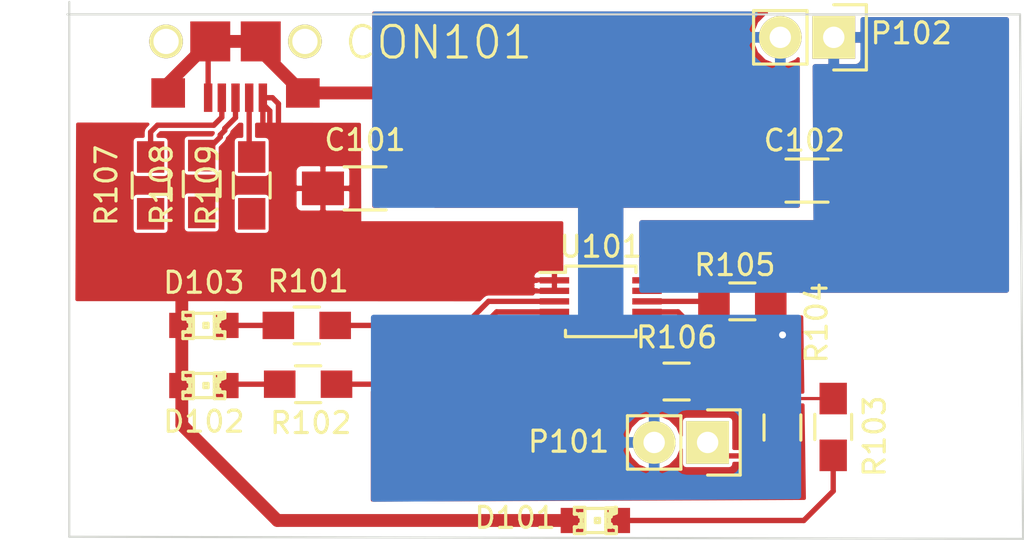
<source format=kicad_pcb>
(kicad_pcb (version 4) (host pcbnew 0.201503210816+5526~22~ubuntu14.10.1-product)

  (general
    (links 38)
    (no_connects 8)
    (area 114.561315 92.308599 189.331601 123.6094)
    (thickness 1.6)
    (drawings 4)
    (tracks 66)
    (zones 0)
    (modules 18)
    (nets 16)
  )

  (page A4)
  (layers
    (0 F.Cu signal)
    (31 B.Cu signal)
    (32 B.Adhes user)
    (33 F.Adhes user)
    (34 B.Paste user)
    (35 F.Paste user)
    (36 B.SilkS user)
    (37 F.SilkS user)
    (38 B.Mask user)
    (39 F.Mask user)
    (40 Dwgs.User user)
    (41 Cmts.User user)
    (42 Eco1.User user)
    (43 Eco2.User user)
    (44 Edge.Cuts user)
    (45 Margin user)
    (46 B.CrtYd user)
    (47 F.CrtYd user)
    (48 B.Fab user)
    (49 F.Fab user hide)
  )

  (setup
    (last_trace_width 0.254)
    (user_trace_width 0.254)
    (user_trace_width 0.6096)
    (trace_clearance 0.1524)
    (zone_clearance 0.1524)
    (zone_45_only no)
    (trace_min 0.1524)
    (segment_width 0.2)
    (edge_width 0.1)
    (via_size 0.6858)
    (via_drill 0.3302)
    (via_min_size 0.6858)
    (via_min_drill 0.3302)
    (uvia_size 0.508)
    (uvia_drill 0.127)
    (uvias_allowed no)
    (uvia_min_size 0.508)
    (uvia_min_drill 0.127)
    (pcb_text_width 0.3)
    (pcb_text_size 1.5 1.5)
    (mod_edge_width 0.15)
    (mod_text_size 1 1)
    (mod_text_width 0.15)
    (pad_size 1.5 1.5)
    (pad_drill 0.6)
    (pad_to_mask_clearance 0)
    (aux_axis_origin 0 0)
    (visible_elements FFFFFF7F)
    (pcbplotparams
      (layerselection 0x00030_80000001)
      (usegerberextensions false)
      (excludeedgelayer true)
      (linewidth 0.100000)
      (plotframeref false)
      (viasonmask false)
      (mode 1)
      (useauxorigin false)
      (hpglpennumber 1)
      (hpglpenspeed 20)
      (hpglpendiameter 15)
      (hpglpenoverlay 2)
      (psnegative false)
      (psa4output false)
      (plotreference true)
      (plotvalue true)
      (plotinvisibletext false)
      (padsonsilk false)
      (subtractmaskfromsilk false)
      (outputformat 1)
      (mirror false)
      (drillshape 1)
      (scaleselection 1)
      (outputdirectory ""))
  )

  (net 0 "")
  (net 1 GND)
  (net 2 "Net-(CON101-Pad3)")
  (net 3 "Net-(CON101-Pad4)")
  (net 4 "Net-(CON101-Pad2)")
  (net 5 "Net-(D101-Pad2)")
  (net 6 "Net-(D102-Pad2)")
  (net 7 "Net-(D103-Pad2)")
  (net 8 "Net-(P101-Pad1)")
  (net 9 "Net-(R101-Pad1)")
  (net 10 "Net-(R102-Pad1)")
  (net 11 "Net-(R103-Pad1)")
  (net 12 "Net-(R105-Pad2)")
  (net 13 "Net-(R106-Pad2)")
  (net 14 /Vdd)
  (net 15 /Vbat)

  (net_class Default "This is the default net class."
    (clearance 0.1524)
    (trace_width 0.1524)
    (via_dia 0.6858)
    (via_drill 0.3302)
    (uvia_dia 0.508)
    (uvia_drill 0.127)
    (add_net /Vbat)
    (add_net /Vdd)
    (add_net GND)
    (add_net "Net-(CON101-Pad2)")
    (add_net "Net-(CON101-Pad3)")
    (add_net "Net-(CON101-Pad4)")
    (add_net "Net-(D101-Pad2)")
    (add_net "Net-(D102-Pad2)")
    (add_net "Net-(D103-Pad2)")
    (add_net "Net-(P101-Pad1)")
    (add_net "Net-(R101-Pad1)")
    (add_net "Net-(R102-Pad1)")
    (add_net "Net-(R103-Pad1)")
    (add_net "Net-(R105-Pad2)")
    (add_net "Net-(R106-Pad2)")
  )

  (module Capacitors_SMD:C_1206_HandSoldering (layer F.Cu) (tedit 550CD7C6) (tstamp 550B6898)
    (at 158.7246 105.62844)
    (descr "Capacitor SMD 1206, hand soldering")
    (tags "capacitor 1206")
    (path /55079779)
    (attr smd)
    (fp_text reference C101 (at 0 -2.3) (layer F.SilkS)
      (effects (font (size 1 1) (thickness 0.15)))
    )
    (fp_text value 4.7U (at 0 2.3) (layer F.Fab) hide
      (effects (font (size 1 1) (thickness 0.15)))
    )
    (fp_line (start -3.3 -1.15) (end 3.3 -1.15) (layer F.CrtYd) (width 0.05))
    (fp_line (start -3.3 1.15) (end 3.3 1.15) (layer F.CrtYd) (width 0.05))
    (fp_line (start -3.3 -1.15) (end -3.3 1.15) (layer F.CrtYd) (width 0.05))
    (fp_line (start 3.3 -1.15) (end 3.3 1.15) (layer F.CrtYd) (width 0.05))
    (fp_line (start 1 -1.025) (end -1 -1.025) (layer F.SilkS) (width 0.15))
    (fp_line (start -1 1.025) (end 1 1.025) (layer F.SilkS) (width 0.15))
    (pad 1 smd rect (at -2 0) (size 2 1.6) (layers F.Cu F.Paste F.Mask)
      (net 14 /Vdd))
    (pad 2 smd rect (at 2 0) (size 2 1.6) (layers F.Cu F.Paste F.Mask)
      (net 1 GND))
    (model Capacitors_SMD.3dshapes/C_1206_HandSoldering.wrl
      (at (xyz 0 0 0))
      (scale (xyz 1 1 1))
      (rotate (xyz 0 0 0))
    )
  )

  (module Capacitors_SMD:C_1206_HandSoldering (layer F.Cu) (tedit 550CD7CA) (tstamp 550B68A4)
    (at 179.7304 105.2576 180)
    (descr "Capacitor SMD 1206, hand soldering")
    (tags "capacitor 1206")
    (path /550791A6)
    (attr smd)
    (fp_text reference C102 (at 0.127 1.905 180) (layer F.SilkS)
      (effects (font (size 1 1) (thickness 0.15)))
    )
    (fp_text value 4.7U (at 0 2.3 180) (layer F.Fab) hide
      (effects (font (size 1 1) (thickness 0.15)))
    )
    (fp_line (start -3.3 -1.15) (end 3.3 -1.15) (layer F.CrtYd) (width 0.05))
    (fp_line (start -3.3 1.15) (end 3.3 1.15) (layer F.CrtYd) (width 0.05))
    (fp_line (start -3.3 -1.15) (end -3.3 1.15) (layer F.CrtYd) (width 0.05))
    (fp_line (start 3.3 -1.15) (end 3.3 1.15) (layer F.CrtYd) (width 0.05))
    (fp_line (start 1 -1.025) (end -1 -1.025) (layer F.SilkS) (width 0.15))
    (fp_line (start -1 1.025) (end 1 1.025) (layer F.SilkS) (width 0.15))
    (pad 1 smd rect (at -2 0 180) (size 2 1.6) (layers F.Cu F.Paste F.Mask)
      (net 15 /Vbat))
    (pad 2 smd rect (at 2 0 180) (size 2 1.6) (layers F.Cu F.Paste F.Mask)
      (net 1 GND))
    (model Capacitors_SMD.3dshapes/C_1206_HandSoldering.wrl
      (at (xyz 0 0 0))
      (scale (xyz 1 1 1))
      (rotate (xyz 0 0 0))
    )
  )

  (module FCA:10118193 (layer F.Cu) (tedit 550DE4BF) (tstamp 550B68B7)
    (at 152.56876 98.64344 180)
    (path /550799E4)
    (fp_text reference CON101 (at -9.6458 -0.05588 180) (layer F.SilkS)
      (effects (font (size 1.5 1.5) (thickness 0.15)))
    )
    (fp_text value USB-MICRO-B (at 0 3.048 180) (layer F.Fab) hide
      (effects (font (size 1.5 1.5) (thickness 0.15)))
    )
    (fp_line (start 5 1.45) (end 5 -5) (layer Eco1.User) (width 0.15))
    (fp_line (start -5 1.45) (end -5 -5) (layer Eco1.User) (width 0.15))
    (fp_line (start -5 -5) (end 5 -5) (layer Eco1.User) (width 0.15))
    (fp_line (start -5 1.45) (end 5 1.45) (layer Eco1.User) (width 0.15))
    (pad 3 smd rect (at 0 -2.675 180) (size 0.4 1.35) (layers F.Cu F.Paste F.Mask)
      (net 2 "Net-(CON101-Pad3)"))
    (pad 4 smd rect (at 0.65 -2.675 180) (size 0.4 1.35) (layers F.Cu F.Paste F.Mask)
      (net 3 "Net-(CON101-Pad4)"))
    (pad 5 smd rect (at 1.3 -2.675 180) (size 0.4 1.35) (layers F.Cu F.Paste F.Mask)
      (net 1 GND))
    (pad 2 smd rect (at -0.65 -2.675 180) (size 0.4 1.35) (layers F.Cu F.Paste F.Mask)
      (net 4 "Net-(CON101-Pad2)"))
    (pad 1 smd rect (at -1.3 -2.675 180) (size 0.4 1.35) (layers F.Cu F.Paste F.Mask)
      (net 14 /Vdd))
    (pad 6 smd rect (at -3.2 -2.45 180) (size 1.6 1.4) (layers F.Cu F.Paste F.Mask)
      (net 1 GND))
    (pad 7 smd rect (at 3.2 -2.45 180) (size 1.6 1.4) (layers F.Cu F.Paste F.Mask)
      (net 1 GND))
    (pad 8 smd rect (at -1.2 0 180) (size 1.9 1.9) (layers F.Cu F.Paste F.Mask)
      (net 1 GND))
    (pad 9 smd rect (at 1.2 0 180) (size 1.9 1.9) (layers F.Cu F.Paste F.Mask)
      (net 1 GND))
    (pad 8 thru_hole circle (at -3.3 0 180) (size 1.6 1.6) (drill 1.2) (layers *.Cu *.Mask F.SilkS)
      (net 1 GND))
    (pad 9 thru_hole circle (at 3.3 0 180) (size 1.6 1.6) (drill 1.2) (layers *.Cu *.Mask F.SilkS)
      (net 1 GND))
  )

  (module LEDs:LED-0805 (layer F.Cu) (tedit 550DE1CD) (tstamp 550B68F2)
    (at 169.672 121.412)
    (descr "LED 0805 smd package")
    (tags "LED 0805 SMD")
    (path /550789AA)
    (attr smd)
    (fp_text reference D101 (at -3.81 -0.127) (layer F.SilkS)
      (effects (font (size 1 1) (thickness 0.15)))
    )
    (fp_text value NOPOP (at 0 1.27) (layer F.Fab) hide
      (effects (font (size 1 1) (thickness 0.15)))
    )
    (fp_line (start 0.49784 0.29972) (end 0.49784 0.62484) (layer F.SilkS) (width 0.15))
    (fp_line (start 0.49784 0.62484) (end 0.99822 0.62484) (layer F.SilkS) (width 0.15))
    (fp_line (start 0.99822 0.29972) (end 0.99822 0.62484) (layer F.SilkS) (width 0.15))
    (fp_line (start 0.49784 0.29972) (end 0.99822 0.29972) (layer F.SilkS) (width 0.15))
    (fp_line (start 0.49784 -0.32258) (end 0.49784 -0.17272) (layer F.SilkS) (width 0.15))
    (fp_line (start 0.49784 -0.17272) (end 0.7493 -0.17272) (layer F.SilkS) (width 0.15))
    (fp_line (start 0.7493 -0.32258) (end 0.7493 -0.17272) (layer F.SilkS) (width 0.15))
    (fp_line (start 0.49784 -0.32258) (end 0.7493 -0.32258) (layer F.SilkS) (width 0.15))
    (fp_line (start 0.49784 0.17272) (end 0.49784 0.32258) (layer F.SilkS) (width 0.15))
    (fp_line (start 0.49784 0.32258) (end 0.7493 0.32258) (layer F.SilkS) (width 0.15))
    (fp_line (start 0.7493 0.17272) (end 0.7493 0.32258) (layer F.SilkS) (width 0.15))
    (fp_line (start 0.49784 0.17272) (end 0.7493 0.17272) (layer F.SilkS) (width 0.15))
    (fp_line (start 0.49784 -0.19812) (end 0.49784 0.19812) (layer F.SilkS) (width 0.15))
    (fp_line (start 0.49784 0.19812) (end 0.6731 0.19812) (layer F.SilkS) (width 0.15))
    (fp_line (start 0.6731 -0.19812) (end 0.6731 0.19812) (layer F.SilkS) (width 0.15))
    (fp_line (start 0.49784 -0.19812) (end 0.6731 -0.19812) (layer F.SilkS) (width 0.15))
    (fp_line (start -0.99822 0.29972) (end -0.99822 0.62484) (layer F.SilkS) (width 0.15))
    (fp_line (start -0.99822 0.62484) (end -0.49784 0.62484) (layer F.SilkS) (width 0.15))
    (fp_line (start -0.49784 0.29972) (end -0.49784 0.62484) (layer F.SilkS) (width 0.15))
    (fp_line (start -0.99822 0.29972) (end -0.49784 0.29972) (layer F.SilkS) (width 0.15))
    (fp_line (start -0.99822 -0.62484) (end -0.99822 -0.29972) (layer F.SilkS) (width 0.15))
    (fp_line (start -0.99822 -0.29972) (end -0.49784 -0.29972) (layer F.SilkS) (width 0.15))
    (fp_line (start -0.49784 -0.62484) (end -0.49784 -0.29972) (layer F.SilkS) (width 0.15))
    (fp_line (start -0.99822 -0.62484) (end -0.49784 -0.62484) (layer F.SilkS) (width 0.15))
    (fp_line (start -0.7493 0.17272) (end -0.7493 0.32258) (layer F.SilkS) (width 0.15))
    (fp_line (start -0.7493 0.32258) (end -0.49784 0.32258) (layer F.SilkS) (width 0.15))
    (fp_line (start -0.49784 0.17272) (end -0.49784 0.32258) (layer F.SilkS) (width 0.15))
    (fp_line (start -0.7493 0.17272) (end -0.49784 0.17272) (layer F.SilkS) (width 0.15))
    (fp_line (start -0.7493 -0.32258) (end -0.7493 -0.17272) (layer F.SilkS) (width 0.15))
    (fp_line (start -0.7493 -0.17272) (end -0.49784 -0.17272) (layer F.SilkS) (width 0.15))
    (fp_line (start -0.49784 -0.32258) (end -0.49784 -0.17272) (layer F.SilkS) (width 0.15))
    (fp_line (start -0.7493 -0.32258) (end -0.49784 -0.32258) (layer F.SilkS) (width 0.15))
    (fp_line (start -0.6731 -0.19812) (end -0.6731 0.19812) (layer F.SilkS) (width 0.15))
    (fp_line (start -0.6731 0.19812) (end -0.49784 0.19812) (layer F.SilkS) (width 0.15))
    (fp_line (start -0.49784 -0.19812) (end -0.49784 0.19812) (layer F.SilkS) (width 0.15))
    (fp_line (start -0.6731 -0.19812) (end -0.49784 -0.19812) (layer F.SilkS) (width 0.15))
    (fp_line (start 0 -0.09906) (end 0 0.09906) (layer F.SilkS) (width 0.15))
    (fp_line (start 0 0.09906) (end 0.19812 0.09906) (layer F.SilkS) (width 0.15))
    (fp_line (start 0.19812 -0.09906) (end 0.19812 0.09906) (layer F.SilkS) (width 0.15))
    (fp_line (start 0 -0.09906) (end 0.19812 -0.09906) (layer F.SilkS) (width 0.15))
    (fp_line (start 0.49784 -0.59944) (end 0.49784 -0.29972) (layer F.SilkS) (width 0.15))
    (fp_line (start 0.49784 -0.29972) (end 0.79756 -0.29972) (layer F.SilkS) (width 0.15))
    (fp_line (start 0.79756 -0.59944) (end 0.79756 -0.29972) (layer F.SilkS) (width 0.15))
    (fp_line (start 0.49784 -0.59944) (end 0.79756 -0.59944) (layer F.SilkS) (width 0.15))
    (fp_line (start 0.92456 -0.62484) (end 0.92456 -0.39878) (layer F.SilkS) (width 0.15))
    (fp_line (start 0.92456 -0.39878) (end 0.99822 -0.39878) (layer F.SilkS) (width 0.15))
    (fp_line (start 0.99822 -0.62484) (end 0.99822 -0.39878) (layer F.SilkS) (width 0.15))
    (fp_line (start 0.92456 -0.62484) (end 0.99822 -0.62484) (layer F.SilkS) (width 0.15))
    (fp_line (start 0.52324 0.57404) (end -0.52324 0.57404) (layer F.SilkS) (width 0.15))
    (fp_line (start -0.49784 -0.57404) (end 0.92456 -0.57404) (layer F.SilkS) (width 0.15))
    (fp_circle (center 0.84836 -0.44958) (end 0.89916 -0.50038) (layer F.SilkS) (width 0.15))
    (fp_arc (start 0.99822 0) (end 0.99822 0.34798) (angle 180) (layer F.SilkS) (width 0.15))
    (fp_arc (start -0.99822 0) (end -0.99822 -0.34798) (angle 180) (layer F.SilkS) (width 0.15))
    (pad 1 smd rect (at -1.04902 0) (size 1.19888 1.19888) (layers F.Cu F.Paste F.Mask)
      (net 14 /Vdd))
    (pad 2 smd rect (at 1.04902 0) (size 1.19888 1.19888) (layers F.Cu F.Paste F.Mask)
      (net 5 "Net-(D101-Pad2)"))
  )

  (module LEDs:LED-0805 (layer F.Cu) (tedit 550DE192) (tstamp 550B692D)
    (at 151.0665 114.9985)
    (descr "LED 0805 smd package")
    (tags "LED 0805 SMD")
    (path /55078987)
    (attr smd)
    (fp_text reference D102 (at 0 1.7145) (layer F.SilkS)
      (effects (font (size 1 1) (thickness 0.15)))
    )
    (fp_text value LED (at 0 1.27) (layer F.Fab) hide
      (effects (font (size 1 1) (thickness 0.15)))
    )
    (fp_line (start 0.49784 0.29972) (end 0.49784 0.62484) (layer F.SilkS) (width 0.15))
    (fp_line (start 0.49784 0.62484) (end 0.99822 0.62484) (layer F.SilkS) (width 0.15))
    (fp_line (start 0.99822 0.29972) (end 0.99822 0.62484) (layer F.SilkS) (width 0.15))
    (fp_line (start 0.49784 0.29972) (end 0.99822 0.29972) (layer F.SilkS) (width 0.15))
    (fp_line (start 0.49784 -0.32258) (end 0.49784 -0.17272) (layer F.SilkS) (width 0.15))
    (fp_line (start 0.49784 -0.17272) (end 0.7493 -0.17272) (layer F.SilkS) (width 0.15))
    (fp_line (start 0.7493 -0.32258) (end 0.7493 -0.17272) (layer F.SilkS) (width 0.15))
    (fp_line (start 0.49784 -0.32258) (end 0.7493 -0.32258) (layer F.SilkS) (width 0.15))
    (fp_line (start 0.49784 0.17272) (end 0.49784 0.32258) (layer F.SilkS) (width 0.15))
    (fp_line (start 0.49784 0.32258) (end 0.7493 0.32258) (layer F.SilkS) (width 0.15))
    (fp_line (start 0.7493 0.17272) (end 0.7493 0.32258) (layer F.SilkS) (width 0.15))
    (fp_line (start 0.49784 0.17272) (end 0.7493 0.17272) (layer F.SilkS) (width 0.15))
    (fp_line (start 0.49784 -0.19812) (end 0.49784 0.19812) (layer F.SilkS) (width 0.15))
    (fp_line (start 0.49784 0.19812) (end 0.6731 0.19812) (layer F.SilkS) (width 0.15))
    (fp_line (start 0.6731 -0.19812) (end 0.6731 0.19812) (layer F.SilkS) (width 0.15))
    (fp_line (start 0.49784 -0.19812) (end 0.6731 -0.19812) (layer F.SilkS) (width 0.15))
    (fp_line (start -0.99822 0.29972) (end -0.99822 0.62484) (layer F.SilkS) (width 0.15))
    (fp_line (start -0.99822 0.62484) (end -0.49784 0.62484) (layer F.SilkS) (width 0.15))
    (fp_line (start -0.49784 0.29972) (end -0.49784 0.62484) (layer F.SilkS) (width 0.15))
    (fp_line (start -0.99822 0.29972) (end -0.49784 0.29972) (layer F.SilkS) (width 0.15))
    (fp_line (start -0.99822 -0.62484) (end -0.99822 -0.29972) (layer F.SilkS) (width 0.15))
    (fp_line (start -0.99822 -0.29972) (end -0.49784 -0.29972) (layer F.SilkS) (width 0.15))
    (fp_line (start -0.49784 -0.62484) (end -0.49784 -0.29972) (layer F.SilkS) (width 0.15))
    (fp_line (start -0.99822 -0.62484) (end -0.49784 -0.62484) (layer F.SilkS) (width 0.15))
    (fp_line (start -0.7493 0.17272) (end -0.7493 0.32258) (layer F.SilkS) (width 0.15))
    (fp_line (start -0.7493 0.32258) (end -0.49784 0.32258) (layer F.SilkS) (width 0.15))
    (fp_line (start -0.49784 0.17272) (end -0.49784 0.32258) (layer F.SilkS) (width 0.15))
    (fp_line (start -0.7493 0.17272) (end -0.49784 0.17272) (layer F.SilkS) (width 0.15))
    (fp_line (start -0.7493 -0.32258) (end -0.7493 -0.17272) (layer F.SilkS) (width 0.15))
    (fp_line (start -0.7493 -0.17272) (end -0.49784 -0.17272) (layer F.SilkS) (width 0.15))
    (fp_line (start -0.49784 -0.32258) (end -0.49784 -0.17272) (layer F.SilkS) (width 0.15))
    (fp_line (start -0.7493 -0.32258) (end -0.49784 -0.32258) (layer F.SilkS) (width 0.15))
    (fp_line (start -0.6731 -0.19812) (end -0.6731 0.19812) (layer F.SilkS) (width 0.15))
    (fp_line (start -0.6731 0.19812) (end -0.49784 0.19812) (layer F.SilkS) (width 0.15))
    (fp_line (start -0.49784 -0.19812) (end -0.49784 0.19812) (layer F.SilkS) (width 0.15))
    (fp_line (start -0.6731 -0.19812) (end -0.49784 -0.19812) (layer F.SilkS) (width 0.15))
    (fp_line (start 0 -0.09906) (end 0 0.09906) (layer F.SilkS) (width 0.15))
    (fp_line (start 0 0.09906) (end 0.19812 0.09906) (layer F.SilkS) (width 0.15))
    (fp_line (start 0.19812 -0.09906) (end 0.19812 0.09906) (layer F.SilkS) (width 0.15))
    (fp_line (start 0 -0.09906) (end 0.19812 -0.09906) (layer F.SilkS) (width 0.15))
    (fp_line (start 0.49784 -0.59944) (end 0.49784 -0.29972) (layer F.SilkS) (width 0.15))
    (fp_line (start 0.49784 -0.29972) (end 0.79756 -0.29972) (layer F.SilkS) (width 0.15))
    (fp_line (start 0.79756 -0.59944) (end 0.79756 -0.29972) (layer F.SilkS) (width 0.15))
    (fp_line (start 0.49784 -0.59944) (end 0.79756 -0.59944) (layer F.SilkS) (width 0.15))
    (fp_line (start 0.92456 -0.62484) (end 0.92456 -0.39878) (layer F.SilkS) (width 0.15))
    (fp_line (start 0.92456 -0.39878) (end 0.99822 -0.39878) (layer F.SilkS) (width 0.15))
    (fp_line (start 0.99822 -0.62484) (end 0.99822 -0.39878) (layer F.SilkS) (width 0.15))
    (fp_line (start 0.92456 -0.62484) (end 0.99822 -0.62484) (layer F.SilkS) (width 0.15))
    (fp_line (start 0.52324 0.57404) (end -0.52324 0.57404) (layer F.SilkS) (width 0.15))
    (fp_line (start -0.49784 -0.57404) (end 0.92456 -0.57404) (layer F.SilkS) (width 0.15))
    (fp_circle (center 0.84836 -0.44958) (end 0.89916 -0.50038) (layer F.SilkS) (width 0.15))
    (fp_arc (start 0.99822 0) (end 0.99822 0.34798) (angle 180) (layer F.SilkS) (width 0.15))
    (fp_arc (start -0.99822 0) (end -0.99822 -0.34798) (angle 180) (layer F.SilkS) (width 0.15))
    (pad 1 smd rect (at -1.04902 0) (size 1.19888 1.19888) (layers F.Cu F.Paste F.Mask)
      (net 14 /Vdd))
    (pad 2 smd rect (at 1.04902 0) (size 1.19888 1.19888) (layers F.Cu F.Paste F.Mask)
      (net 6 "Net-(D102-Pad2)"))
  )

  (module LEDs:LED-0805 (layer F.Cu) (tedit 550DE195) (tstamp 550B6968)
    (at 151.0665 112.141)
    (descr "LED 0805 smd package")
    (tags "LED 0805 SMD")
    (path /550788DE)
    (attr smd)
    (fp_text reference D103 (at 0 -2.032) (layer F.SilkS)
      (effects (font (size 1 1) (thickness 0.15)))
    )
    (fp_text value LED (at 0 1.27) (layer F.Fab) hide
      (effects (font (size 1 1) (thickness 0.15)))
    )
    (fp_line (start 0.49784 0.29972) (end 0.49784 0.62484) (layer F.SilkS) (width 0.15))
    (fp_line (start 0.49784 0.62484) (end 0.99822 0.62484) (layer F.SilkS) (width 0.15))
    (fp_line (start 0.99822 0.29972) (end 0.99822 0.62484) (layer F.SilkS) (width 0.15))
    (fp_line (start 0.49784 0.29972) (end 0.99822 0.29972) (layer F.SilkS) (width 0.15))
    (fp_line (start 0.49784 -0.32258) (end 0.49784 -0.17272) (layer F.SilkS) (width 0.15))
    (fp_line (start 0.49784 -0.17272) (end 0.7493 -0.17272) (layer F.SilkS) (width 0.15))
    (fp_line (start 0.7493 -0.32258) (end 0.7493 -0.17272) (layer F.SilkS) (width 0.15))
    (fp_line (start 0.49784 -0.32258) (end 0.7493 -0.32258) (layer F.SilkS) (width 0.15))
    (fp_line (start 0.49784 0.17272) (end 0.49784 0.32258) (layer F.SilkS) (width 0.15))
    (fp_line (start 0.49784 0.32258) (end 0.7493 0.32258) (layer F.SilkS) (width 0.15))
    (fp_line (start 0.7493 0.17272) (end 0.7493 0.32258) (layer F.SilkS) (width 0.15))
    (fp_line (start 0.49784 0.17272) (end 0.7493 0.17272) (layer F.SilkS) (width 0.15))
    (fp_line (start 0.49784 -0.19812) (end 0.49784 0.19812) (layer F.SilkS) (width 0.15))
    (fp_line (start 0.49784 0.19812) (end 0.6731 0.19812) (layer F.SilkS) (width 0.15))
    (fp_line (start 0.6731 -0.19812) (end 0.6731 0.19812) (layer F.SilkS) (width 0.15))
    (fp_line (start 0.49784 -0.19812) (end 0.6731 -0.19812) (layer F.SilkS) (width 0.15))
    (fp_line (start -0.99822 0.29972) (end -0.99822 0.62484) (layer F.SilkS) (width 0.15))
    (fp_line (start -0.99822 0.62484) (end -0.49784 0.62484) (layer F.SilkS) (width 0.15))
    (fp_line (start -0.49784 0.29972) (end -0.49784 0.62484) (layer F.SilkS) (width 0.15))
    (fp_line (start -0.99822 0.29972) (end -0.49784 0.29972) (layer F.SilkS) (width 0.15))
    (fp_line (start -0.99822 -0.62484) (end -0.99822 -0.29972) (layer F.SilkS) (width 0.15))
    (fp_line (start -0.99822 -0.29972) (end -0.49784 -0.29972) (layer F.SilkS) (width 0.15))
    (fp_line (start -0.49784 -0.62484) (end -0.49784 -0.29972) (layer F.SilkS) (width 0.15))
    (fp_line (start -0.99822 -0.62484) (end -0.49784 -0.62484) (layer F.SilkS) (width 0.15))
    (fp_line (start -0.7493 0.17272) (end -0.7493 0.32258) (layer F.SilkS) (width 0.15))
    (fp_line (start -0.7493 0.32258) (end -0.49784 0.32258) (layer F.SilkS) (width 0.15))
    (fp_line (start -0.49784 0.17272) (end -0.49784 0.32258) (layer F.SilkS) (width 0.15))
    (fp_line (start -0.7493 0.17272) (end -0.49784 0.17272) (layer F.SilkS) (width 0.15))
    (fp_line (start -0.7493 -0.32258) (end -0.7493 -0.17272) (layer F.SilkS) (width 0.15))
    (fp_line (start -0.7493 -0.17272) (end -0.49784 -0.17272) (layer F.SilkS) (width 0.15))
    (fp_line (start -0.49784 -0.32258) (end -0.49784 -0.17272) (layer F.SilkS) (width 0.15))
    (fp_line (start -0.7493 -0.32258) (end -0.49784 -0.32258) (layer F.SilkS) (width 0.15))
    (fp_line (start -0.6731 -0.19812) (end -0.6731 0.19812) (layer F.SilkS) (width 0.15))
    (fp_line (start -0.6731 0.19812) (end -0.49784 0.19812) (layer F.SilkS) (width 0.15))
    (fp_line (start -0.49784 -0.19812) (end -0.49784 0.19812) (layer F.SilkS) (width 0.15))
    (fp_line (start -0.6731 -0.19812) (end -0.49784 -0.19812) (layer F.SilkS) (width 0.15))
    (fp_line (start 0 -0.09906) (end 0 0.09906) (layer F.SilkS) (width 0.15))
    (fp_line (start 0 0.09906) (end 0.19812 0.09906) (layer F.SilkS) (width 0.15))
    (fp_line (start 0.19812 -0.09906) (end 0.19812 0.09906) (layer F.SilkS) (width 0.15))
    (fp_line (start 0 -0.09906) (end 0.19812 -0.09906) (layer F.SilkS) (width 0.15))
    (fp_line (start 0.49784 -0.59944) (end 0.49784 -0.29972) (layer F.SilkS) (width 0.15))
    (fp_line (start 0.49784 -0.29972) (end 0.79756 -0.29972) (layer F.SilkS) (width 0.15))
    (fp_line (start 0.79756 -0.59944) (end 0.79756 -0.29972) (layer F.SilkS) (width 0.15))
    (fp_line (start 0.49784 -0.59944) (end 0.79756 -0.59944) (layer F.SilkS) (width 0.15))
    (fp_line (start 0.92456 -0.62484) (end 0.92456 -0.39878) (layer F.SilkS) (width 0.15))
    (fp_line (start 0.92456 -0.39878) (end 0.99822 -0.39878) (layer F.SilkS) (width 0.15))
    (fp_line (start 0.99822 -0.62484) (end 0.99822 -0.39878) (layer F.SilkS) (width 0.15))
    (fp_line (start 0.92456 -0.62484) (end 0.99822 -0.62484) (layer F.SilkS) (width 0.15))
    (fp_line (start 0.52324 0.57404) (end -0.52324 0.57404) (layer F.SilkS) (width 0.15))
    (fp_line (start -0.49784 -0.57404) (end 0.92456 -0.57404) (layer F.SilkS) (width 0.15))
    (fp_circle (center 0.84836 -0.44958) (end 0.89916 -0.50038) (layer F.SilkS) (width 0.15))
    (fp_arc (start 0.99822 0) (end 0.99822 0.34798) (angle 180) (layer F.SilkS) (width 0.15))
    (fp_arc (start -0.99822 0) (end -0.99822 -0.34798) (angle 180) (layer F.SilkS) (width 0.15))
    (pad 1 smd rect (at -1.04902 0) (size 1.19888 1.19888) (layers F.Cu F.Paste F.Mask)
      (net 14 /Vdd))
    (pad 2 smd rect (at 1.04902 0) (size 1.19888 1.19888) (layers F.Cu F.Paste F.Mask)
      (net 7 "Net-(D103-Pad2)"))
  )

  (module Resistors_SMD:R_0805_HandSoldering (layer F.Cu) (tedit 550DE17B) (tstamp 550B69BA)
    (at 155.956 112.141 180)
    (descr "Resistor SMD 0805, hand soldering")
    (tags "resistor 0805")
    (path /55078A58)
    (attr smd)
    (fp_text reference R101 (at -0.0635 2.0955 180) (layer F.SilkS)
      (effects (font (size 1 1) (thickness 0.15)))
    )
    (fp_text value 470 (at 0 2.1 180) (layer F.Fab) hide
      (effects (font (size 1 1) (thickness 0.15)))
    )
    (fp_line (start -2.4 -1) (end 2.4 -1) (layer F.CrtYd) (width 0.05))
    (fp_line (start -2.4 1) (end 2.4 1) (layer F.CrtYd) (width 0.05))
    (fp_line (start -2.4 -1) (end -2.4 1) (layer F.CrtYd) (width 0.05))
    (fp_line (start 2.4 -1) (end 2.4 1) (layer F.CrtYd) (width 0.05))
    (fp_line (start 0.6 0.875) (end -0.6 0.875) (layer F.SilkS) (width 0.15))
    (fp_line (start -0.6 -0.875) (end 0.6 -0.875) (layer F.SilkS) (width 0.15))
    (pad 1 smd rect (at -1.35 0 180) (size 1.5 1.3) (layers F.Cu F.Paste F.Mask)
      (net 9 "Net-(R101-Pad1)"))
    (pad 2 smd rect (at 1.35 0 180) (size 1.5 1.3) (layers F.Cu F.Paste F.Mask)
      (net 7 "Net-(D103-Pad2)"))
    (model Resistors_SMD.3dshapes/R_0805_HandSoldering.wrl
      (at (xyz 0 0 0))
      (scale (xyz 1 1 1))
      (rotate (xyz 0 0 0))
    )
  )

  (module Resistors_SMD:R_0805_HandSoldering (layer F.Cu) (tedit 550DE188) (tstamp 550B69C6)
    (at 156.0195 114.935 180)
    (descr "Resistor SMD 0805, hand soldering")
    (tags "resistor 0805")
    (path /55078A16)
    (attr smd)
    (fp_text reference R102 (at -0.127 -1.8415 180) (layer F.SilkS)
      (effects (font (size 1 1) (thickness 0.15)))
    )
    (fp_text value 470 (at 0 2.1 180) (layer F.Fab) hide
      (effects (font (size 1 1) (thickness 0.15)))
    )
    (fp_line (start -2.4 -1) (end 2.4 -1) (layer F.CrtYd) (width 0.05))
    (fp_line (start -2.4 1) (end 2.4 1) (layer F.CrtYd) (width 0.05))
    (fp_line (start -2.4 -1) (end -2.4 1) (layer F.CrtYd) (width 0.05))
    (fp_line (start 2.4 -1) (end 2.4 1) (layer F.CrtYd) (width 0.05))
    (fp_line (start 0.6 0.875) (end -0.6 0.875) (layer F.SilkS) (width 0.15))
    (fp_line (start -0.6 -0.875) (end 0.6 -0.875) (layer F.SilkS) (width 0.15))
    (pad 1 smd rect (at -1.35 0 180) (size 1.5 1.3) (layers F.Cu F.Paste F.Mask)
      (net 10 "Net-(R102-Pad1)"))
    (pad 2 smd rect (at 1.35 0 180) (size 1.5 1.3) (layers F.Cu F.Paste F.Mask)
      (net 6 "Net-(D102-Pad2)"))
    (model Resistors_SMD.3dshapes/R_0805_HandSoldering.wrl
      (at (xyz 0 0 0))
      (scale (xyz 1 1 1))
      (rotate (xyz 0 0 0))
    )
  )

  (module Resistors_SMD:R_0805_HandSoldering (layer F.Cu) (tedit 550DE1C3) (tstamp 550B69D2)
    (at 180.975 116.967 270)
    (descr "Resistor SMD 0805, hand soldering")
    (tags "resistor 0805")
    (path /550789D2)
    (attr smd)
    (fp_text reference R103 (at 0.4445 -1.9685 450) (layer F.SilkS)
      (effects (font (size 1 1) (thickness 0.15)))
    )
    (fp_text value NOPOP (at 0 2.1 270) (layer F.Fab) hide
      (effects (font (size 1 1) (thickness 0.15)))
    )
    (fp_line (start -2.4 -1) (end 2.4 -1) (layer F.CrtYd) (width 0.05))
    (fp_line (start -2.4 1) (end 2.4 1) (layer F.CrtYd) (width 0.05))
    (fp_line (start -2.4 -1) (end -2.4 1) (layer F.CrtYd) (width 0.05))
    (fp_line (start 2.4 -1) (end 2.4 1) (layer F.CrtYd) (width 0.05))
    (fp_line (start 0.6 0.875) (end -0.6 0.875) (layer F.SilkS) (width 0.15))
    (fp_line (start -0.6 -0.875) (end 0.6 -0.875) (layer F.SilkS) (width 0.15))
    (pad 1 smd rect (at -1.35 0 270) (size 1.5 1.3) (layers F.Cu F.Paste F.Mask)
      (net 11 "Net-(R103-Pad1)"))
    (pad 2 smd rect (at 1.35 0 270) (size 1.5 1.3) (layers F.Cu F.Paste F.Mask)
      (net 5 "Net-(D101-Pad2)"))
    (model Resistors_SMD.3dshapes/R_0805_HandSoldering.wrl
      (at (xyz 0 0 0))
      (scale (xyz 1 1 1))
      (rotate (xyz 0 0 0))
    )
  )

  (module Resistors_SMD:R_0805_HandSoldering (layer F.Cu) (tedit 550CD8CE) (tstamp 550B69DE)
    (at 178.562 116.9924 270)
    (descr "Resistor SMD 0805, hand soldering")
    (tags "resistor 0805")
    (path /5507A9EA)
    (attr smd)
    (fp_text reference R104 (at -4.9784 -1.62052 450) (layer F.SilkS)
      (effects (font (size 1 1) (thickness 0.15)))
    )
    (fp_text value 1K (at 0 2.1 270) (layer F.Fab) hide
      (effects (font (size 1 1) (thickness 0.15)))
    )
    (fp_line (start -2.4 -1) (end 2.4 -1) (layer F.CrtYd) (width 0.05))
    (fp_line (start -2.4 1) (end 2.4 1) (layer F.CrtYd) (width 0.05))
    (fp_line (start -2.4 -1) (end -2.4 1) (layer F.CrtYd) (width 0.05))
    (fp_line (start 2.4 -1) (end 2.4 1) (layer F.CrtYd) (width 0.05))
    (fp_line (start 0.6 0.875) (end -0.6 0.875) (layer F.SilkS) (width 0.15))
    (fp_line (start -0.6 -0.875) (end 0.6 -0.875) (layer F.SilkS) (width 0.15))
    (pad 1 smd rect (at -1.35 0 270) (size 1.5 1.3) (layers F.Cu F.Paste F.Mask)
      (net 11 "Net-(R103-Pad1)"))
    (pad 2 smd rect (at 1.35 0 270) (size 1.5 1.3) (layers F.Cu F.Paste F.Mask)
      (net 8 "Net-(P101-Pad1)"))
    (model Resistors_SMD.3dshapes/R_0805_HandSoldering.wrl
      (at (xyz 0 0 0))
      (scale (xyz 1 1 1))
      (rotate (xyz 0 0 0))
    )
  )

  (module Resistors_SMD:R_0805_HandSoldering (layer F.Cu) (tedit 550CD8B4) (tstamp 550B69EA)
    (at 176.657 110.998 180)
    (descr "Resistor SMD 0805, hand soldering")
    (tags "resistor 0805")
    (path /55079036)
    (attr smd)
    (fp_text reference R105 (at 0.3556 1.7272 180) (layer F.SilkS)
      (effects (font (size 1 1) (thickness 0.15)))
    )
    (fp_text value 10K (at 0 2.1 180) (layer F.Fab) hide
      (effects (font (size 1 1) (thickness 0.15)))
    )
    (fp_line (start -2.4 -1) (end 2.4 -1) (layer F.CrtYd) (width 0.05))
    (fp_line (start -2.4 1) (end 2.4 1) (layer F.CrtYd) (width 0.05))
    (fp_line (start -2.4 -1) (end -2.4 1) (layer F.CrtYd) (width 0.05))
    (fp_line (start 2.4 -1) (end 2.4 1) (layer F.CrtYd) (width 0.05))
    (fp_line (start 0.6 0.875) (end -0.6 0.875) (layer F.SilkS) (width 0.15))
    (fp_line (start -0.6 -0.875) (end 0.6 -0.875) (layer F.SilkS) (width 0.15))
    (pad 1 smd rect (at -1.35 0 180) (size 1.5 1.3) (layers F.Cu F.Paste F.Mask)
      (net 1 GND))
    (pad 2 smd rect (at 1.35 0 180) (size 1.5 1.3) (layers F.Cu F.Paste F.Mask)
      (net 12 "Net-(R105-Pad2)"))
    (model Resistors_SMD.3dshapes/R_0805_HandSoldering.wrl
      (at (xyz 0 0 0))
      (scale (xyz 1 1 1))
      (rotate (xyz 0 0 0))
    )
  )

  (module Resistors_SMD:R_0805_HandSoldering (layer F.Cu) (tedit 550CD69F) (tstamp 550B69F6)
    (at 173.5328 114.808)
    (descr "Resistor SMD 0805, hand soldering")
    (tags "resistor 0805")
    (path /55078DF8)
    (attr smd)
    (fp_text reference R106 (at 0 -2.1) (layer F.SilkS)
      (effects (font (size 1 1) (thickness 0.15)))
    )
    (fp_text value 2K (at 0 2.1) (layer F.Fab) hide
      (effects (font (size 1 1) (thickness 0.15)))
    )
    (fp_line (start -2.4 -1) (end 2.4 -1) (layer F.CrtYd) (width 0.05))
    (fp_line (start -2.4 1) (end 2.4 1) (layer F.CrtYd) (width 0.05))
    (fp_line (start -2.4 -1) (end -2.4 1) (layer F.CrtYd) (width 0.05))
    (fp_line (start 2.4 -1) (end 2.4 1) (layer F.CrtYd) (width 0.05))
    (fp_line (start 0.6 0.875) (end -0.6 0.875) (layer F.SilkS) (width 0.15))
    (fp_line (start -0.6 -0.875) (end 0.6 -0.875) (layer F.SilkS) (width 0.15))
    (pad 1 smd rect (at -1.35 0) (size 1.5 1.3) (layers F.Cu F.Paste F.Mask)
      (net 1 GND))
    (pad 2 smd rect (at 1.35 0) (size 1.5 1.3) (layers F.Cu F.Paste F.Mask)
      (net 13 "Net-(R106-Pad2)"))
    (model Resistors_SMD.3dshapes/R_0805_HandSoldering.wrl
      (at (xyz 0 0 0))
      (scale (xyz 1 1 1))
      (rotate (xyz 0 0 0))
    )
  )

  (module Resistors_SMD:R_0805_HandSoldering (layer F.Cu) (tedit 550DE4CC) (tstamp 550B6A02)
    (at 148.53412 105.4862 90)
    (descr "Resistor SMD 0805, hand soldering")
    (tags "resistor 0805")
    (path /5507CC4C)
    (attr smd)
    (fp_text reference R107 (at 0 -2.1 90) (layer F.SilkS)
      (effects (font (size 1 1) (thickness 0.15)))
    )
    (fp_text value NOPOP (at 0 2.1 90) (layer F.Fab) hide
      (effects (font (size 1 1) (thickness 0.15)))
    )
    (fp_line (start -2.4 -1) (end 2.4 -1) (layer F.CrtYd) (width 0.05))
    (fp_line (start -2.4 1) (end 2.4 1) (layer F.CrtYd) (width 0.05))
    (fp_line (start -2.4 -1) (end -2.4 1) (layer F.CrtYd) (width 0.05))
    (fp_line (start 2.4 -1) (end 2.4 1) (layer F.CrtYd) (width 0.05))
    (fp_line (start 0.6 0.875) (end -0.6 0.875) (layer F.SilkS) (width 0.15))
    (fp_line (start -0.6 -0.875) (end 0.6 -0.875) (layer F.SilkS) (width 0.15))
    (pad 1 smd rect (at -1.35 0 90) (size 1.5 1.3) (layers F.Cu F.Paste F.Mask)
      (net 1 GND))
    (pad 2 smd rect (at 1.35 0 90) (size 1.5 1.3) (layers F.Cu F.Paste F.Mask)
      (net 3 "Net-(CON101-Pad4)"))
    (model Resistors_SMD.3dshapes/R_0805_HandSoldering.wrl
      (at (xyz 0 0 0))
      (scale (xyz 1 1 1))
      (rotate (xyz 0 0 0))
    )
  )

  (module Resistors_SMD:R_0805_HandSoldering (layer F.Cu) (tedit 550DE4D3) (tstamp 550B6A0E)
    (at 150.96236 105.42016 90)
    (descr "Resistor SMD 0805, hand soldering")
    (tags "resistor 0805")
    (path /5507CC96)
    (attr smd)
    (fp_text reference R108 (at -0.04064 -1.905 90) (layer F.SilkS)
      (effects (font (size 1 1) (thickness 0.15)))
    )
    (fp_text value NOPOP (at 0 2.1 90) (layer F.Fab) hide
      (effects (font (size 1 1) (thickness 0.15)))
    )
    (fp_line (start -2.4 -1) (end 2.4 -1) (layer F.CrtYd) (width 0.05))
    (fp_line (start -2.4 1) (end 2.4 1) (layer F.CrtYd) (width 0.05))
    (fp_line (start -2.4 -1) (end -2.4 1) (layer F.CrtYd) (width 0.05))
    (fp_line (start 2.4 -1) (end 2.4 1) (layer F.CrtYd) (width 0.05))
    (fp_line (start 0.6 0.875) (end -0.6 0.875) (layer F.SilkS) (width 0.15))
    (fp_line (start -0.6 -0.875) (end 0.6 -0.875) (layer F.SilkS) (width 0.15))
    (pad 1 smd rect (at -1.35 0 90) (size 1.5 1.3) (layers F.Cu F.Paste F.Mask)
      (net 1 GND))
    (pad 2 smd rect (at 1.35 0 90) (size 1.5 1.3) (layers F.Cu F.Paste F.Mask)
      (net 2 "Net-(CON101-Pad3)"))
    (model Resistors_SMD.3dshapes/R_0805_HandSoldering.wrl
      (at (xyz 0 0 0))
      (scale (xyz 1 1 1))
      (rotate (xyz 0 0 0))
    )
  )

  (module Resistors_SMD:R_0805_HandSoldering (layer F.Cu) (tedit 550DE4D0) (tstamp 550B6A1A)
    (at 153.3398 105.4862 90)
    (descr "Resistor SMD 0805, hand soldering")
    (tags "resistor 0805")
    (path /5507CCD8)
    (attr smd)
    (fp_text reference R109 (at 0 -2.1 90) (layer F.SilkS)
      (effects (font (size 1 1) (thickness 0.15)))
    )
    (fp_text value NOPOP (at 0 2.1 90) (layer F.Fab) hide
      (effects (font (size 1 1) (thickness 0.15)))
    )
    (fp_line (start -2.4 -1) (end 2.4 -1) (layer F.CrtYd) (width 0.05))
    (fp_line (start -2.4 1) (end 2.4 1) (layer F.CrtYd) (width 0.05))
    (fp_line (start -2.4 -1) (end -2.4 1) (layer F.CrtYd) (width 0.05))
    (fp_line (start 2.4 -1) (end 2.4 1) (layer F.CrtYd) (width 0.05))
    (fp_line (start 0.6 0.875) (end -0.6 0.875) (layer F.SilkS) (width 0.15))
    (fp_line (start -0.6 -0.875) (end 0.6 -0.875) (layer F.SilkS) (width 0.15))
    (pad 1 smd rect (at -1.35 0 90) (size 1.5 1.3) (layers F.Cu F.Paste F.Mask)
      (net 1 GND))
    (pad 2 smd rect (at 1.35 0 90) (size 1.5 1.3) (layers F.Cu F.Paste F.Mask)
      (net 4 "Net-(CON101-Pad2)"))
    (model Resistors_SMD.3dshapes/R_0805_HandSoldering.wrl
      (at (xyz 0 0 0))
      (scale (xyz 1 1 1))
      (rotate (xyz 0 0 0))
    )
  )

  (module Housings_SSOP:MSOP-10_3x3mm_Pitch0.5mm (layer F.Cu) (tedit 550CD628) (tstamp 550B6A33)
    (at 169.926 110.998)
    (descr "10-Lead Plastic Micro Small Outline Package (MS) [MSOP] (see Microchip Packaging Specification 00000049BS.pdf)")
    (tags "SSOP 0.5")
    (path /55078D06)
    (clearance 0.0762)
    (attr smd)
    (fp_text reference U101 (at 0 -2.6) (layer F.SilkS)
      (effects (font (size 1 1) (thickness 0.15)))
    )
    (fp_text value MCP73834-FCI/UN (at 0 2.6) (layer F.Fab) hide
      (effects (font (size 1 1) (thickness 0.15)))
    )
    (fp_line (start -3.15 -1.85) (end -3.15 1.85) (layer F.CrtYd) (width 0.05))
    (fp_line (start 3.15 -1.85) (end 3.15 1.85) (layer F.CrtYd) (width 0.05))
    (fp_line (start -3.15 -1.85) (end 3.15 -1.85) (layer F.CrtYd) (width 0.05))
    (fp_line (start -3.15 1.85) (end 3.15 1.85) (layer F.CrtYd) (width 0.05))
    (fp_line (start -1.675 -1.675) (end -1.675 -1.375) (layer F.SilkS) (width 0.15))
    (fp_line (start 1.675 -1.675) (end 1.675 -1.375) (layer F.SilkS) (width 0.15))
    (fp_line (start 1.675 1.675) (end 1.675 1.375) (layer F.SilkS) (width 0.15))
    (fp_line (start -1.675 1.675) (end -1.675 1.375) (layer F.SilkS) (width 0.15))
    (fp_line (start -1.675 -1.675) (end 1.675 -1.675) (layer F.SilkS) (width 0.15))
    (fp_line (start -1.675 1.675) (end 1.675 1.675) (layer F.SilkS) (width 0.15))
    (fp_line (start -1.675 -1.375) (end -2.9 -1.375) (layer F.SilkS) (width 0.15))
    (pad 1 smd rect (at -2.2 -1) (size 1.4 0.3) (layers F.Cu F.Paste F.Mask)
      (net 14 /Vdd))
    (pad 2 smd rect (at -2.2 -0.5) (size 1.4 0.3) (layers F.Cu F.Paste F.Mask)
      (net 14 /Vdd))
    (pad 3 smd rect (at -2.2 0) (size 1.4 0.3) (layers F.Cu F.Paste F.Mask)
      (net 9 "Net-(R101-Pad1)"))
    (pad 4 smd rect (at -2.2 0.5) (size 1.4 0.3) (layers F.Cu F.Paste F.Mask)
      (net 10 "Net-(R102-Pad1)"))
    (pad 5 smd rect (at -2.2 1) (size 1.4 0.3) (layers F.Cu F.Paste F.Mask)
      (net 1 GND))
    (pad 6 smd rect (at 2.2 1) (size 1.4 0.3) (layers F.Cu F.Paste F.Mask)
      (net 13 "Net-(R106-Pad2)"))
    (pad 7 smd rect (at 2.2 0.5) (size 1.4 0.3) (layers F.Cu F.Paste F.Mask)
      (net 11 "Net-(R103-Pad1)"))
    (pad 8 smd rect (at 2.2 0) (size 1.4 0.3) (layers F.Cu F.Paste F.Mask)
      (net 12 "Net-(R105-Pad2)"))
    (pad 9 smd rect (at 2.2 -0.5) (size 1.4 0.3) (layers F.Cu F.Paste F.Mask)
      (net 15 /Vbat))
    (pad 10 smd rect (at 2.2 -1) (size 1.4 0.3) (layers F.Cu F.Paste F.Mask)
      (net 15 /Vbat))
    (model Housings_SSOP.3dshapes/MSOP-10_3x3mm_Pitch0.5mm.wrl
      (at (xyz 0 0 0))
      (scale (xyz 1 1 1))
      (rotate (xyz 0 0 0))
    )
  )

  (module Pin_Headers:Pin_Header_Straight_1x02 (layer F.Cu) (tedit 550DE1D2) (tstamp 550B6C8D)
    (at 175.006 117.7036 270)
    (descr "Through hole pin header")
    (tags "pin header")
    (path /5507ABC5)
    (fp_text reference P101 (at -0.0381 6.604 360) (layer F.SilkS)
      (effects (font (size 1 1) (thickness 0.15)))
    )
    (fp_text value CONN_01X02 (at 0 -3.1 270) (layer F.Fab) hide
      (effects (font (size 1 1) (thickness 0.15)))
    )
    (fp_line (start 1.27 1.27) (end 1.27 3.81) (layer F.SilkS) (width 0.15))
    (fp_line (start 1.55 -1.55) (end 1.55 0) (layer F.SilkS) (width 0.15))
    (fp_line (start -1.75 -1.75) (end -1.75 4.3) (layer F.CrtYd) (width 0.05))
    (fp_line (start 1.75 -1.75) (end 1.75 4.3) (layer F.CrtYd) (width 0.05))
    (fp_line (start -1.75 -1.75) (end 1.75 -1.75) (layer F.CrtYd) (width 0.05))
    (fp_line (start -1.75 4.3) (end 1.75 4.3) (layer F.CrtYd) (width 0.05))
    (fp_line (start 1.27 1.27) (end -1.27 1.27) (layer F.SilkS) (width 0.15))
    (fp_line (start -1.55 0) (end -1.55 -1.55) (layer F.SilkS) (width 0.15))
    (fp_line (start -1.55 -1.55) (end 1.55 -1.55) (layer F.SilkS) (width 0.15))
    (fp_line (start -1.27 1.27) (end -1.27 3.81) (layer F.SilkS) (width 0.15))
    (fp_line (start -1.27 3.81) (end 1.27 3.81) (layer F.SilkS) (width 0.15))
    (pad 1 thru_hole rect (at 0 0 270) (size 2.032 2.032) (drill 1.016) (layers *.Cu *.Mask F.SilkS)
      (net 8 "Net-(P101-Pad1)"))
    (pad 2 thru_hole oval (at 0 2.54 270) (size 2.032 2.032) (drill 1.016) (layers *.Cu *.Mask F.SilkS)
      (net 1 GND))
    (model Pin_Headers.3dshapes/Pin_Header_Straight_1x02.wrl
      (at (xyz 0 -0.05 0))
      (scale (xyz 1 1 1))
      (rotate (xyz 0 0 90))
    )
  )

  (module Pin_Headers:Pin_Header_Straight_1x02 (layer F.Cu) (tedit 550DE4C4) (tstamp 550B6C9D)
    (at 181.0004 98.4504 270)
    (descr "Through hole pin header")
    (tags "pin header")
    (path /550792A2)
    (fp_text reference P102 (at -0.19304 -3.683 540) (layer F.SilkS)
      (effects (font (size 1 1) (thickness 0.15)))
    )
    (fp_text value CONN_01X02 (at 0 -3.1 270) (layer F.Fab) hide
      (effects (font (size 1 1) (thickness 0.15)))
    )
    (fp_line (start 1.27 1.27) (end 1.27 3.81) (layer F.SilkS) (width 0.15))
    (fp_line (start 1.55 -1.55) (end 1.55 0) (layer F.SilkS) (width 0.15))
    (fp_line (start -1.75 -1.75) (end -1.75 4.3) (layer F.CrtYd) (width 0.05))
    (fp_line (start 1.75 -1.75) (end 1.75 4.3) (layer F.CrtYd) (width 0.05))
    (fp_line (start -1.75 -1.75) (end 1.75 -1.75) (layer F.CrtYd) (width 0.05))
    (fp_line (start -1.75 4.3) (end 1.75 4.3) (layer F.CrtYd) (width 0.05))
    (fp_line (start 1.27 1.27) (end -1.27 1.27) (layer F.SilkS) (width 0.15))
    (fp_line (start -1.55 0) (end -1.55 -1.55) (layer F.SilkS) (width 0.15))
    (fp_line (start -1.55 -1.55) (end 1.55 -1.55) (layer F.SilkS) (width 0.15))
    (fp_line (start -1.27 1.27) (end -1.27 3.81) (layer F.SilkS) (width 0.15))
    (fp_line (start -1.27 3.81) (end 1.27 3.81) (layer F.SilkS) (width 0.15))
    (pad 1 thru_hole rect (at 0 0 270) (size 2.032 2.032) (drill 1.016) (layers *.Cu *.Mask F.SilkS)
      (net 15 /Vbat))
    (pad 2 thru_hole oval (at 0 2.54 270) (size 2.032 2.032) (drill 1.016) (layers *.Cu *.Mask F.SilkS)
      (net 1 GND))
    (model Pin_Headers.3dshapes/Pin_Header_Straight_1x02.wrl
      (at (xyz 0 -0.05 0))
      (scale (xyz 1 1 1))
      (rotate (xyz 0 0 90))
    )
  )

  (gr_line (start 189.85484 97.3582) (end 144.5768 97.3582) (layer Edge.Cuts) (width 0.1))
  (gr_line (start 189.99708 122.28576) (end 189.85484 97.3582) (layer Edge.Cuts) (width 0.1))
  (gr_line (start 144.66824 122.18416) (end 189.99708 122.28576) (layer Edge.Cuts) (width 0.1))
  (gr_line (start 144.66824 96.76892) (end 144.66824 122.18416) (layer Edge.Cuts) (width 0.1))

  (segment (start 151.26876 101.31844) (end 151.26876 98.74344) (width 0.254) (layer F.Cu) (net 1))
  (segment (start 151.26876 98.74344) (end 151.36876 98.64344) (width 0.254) (layer F.Cu) (net 1))
  (segment (start 153.76876 98.64344) (end 153.76876 99.09344) (width 0.6096) (layer F.Cu) (net 1))
  (segment (start 153.76876 99.09344) (end 155.76876 101.09344) (width 0.6096) (layer F.Cu) (net 1))
  (segment (start 151.36876 98.64344) (end 153.76876 98.64344) (width 0.6096) (layer F.Cu) (net 1))
  (segment (start 149.36876 101.09344) (end 149.36876 100.64344) (width 0.6096) (layer F.Cu) (net 1))
  (segment (start 149.36876 100.64344) (end 151.36876 98.64344) (width 0.6096) (layer F.Cu) (net 1))
  (segment (start 155.76876 101.09344) (end 160.11508 101.09344) (width 0.6096) (layer F.Cu) (net 1))
  (segment (start 178.007 110.998) (end 178.007 112.03304) (width 0.254) (layer F.Cu) (net 1))
  (via (at 178.56708 112.59312) (size 0.6858) (layers F.Cu B.Cu) (net 1))
  (segment (start 178.007 112.03304) (end 178.56708 112.59312) (width 0.254) (layer F.Cu) (net 1) (tstamp 550DE462))
  (segment (start 151.84408 103.08844) (end 151.84408 103.18844) (width 0.254) (layer F.Cu) (net 2))
  (segment (start 151.84408 103.18844) (end 150.96236 104.07016) (width 0.254) (layer F.Cu) (net 2))
  (segment (start 152.05964 102.77856) (end 152.05964 102.87288) (width 0.254) (layer F.Cu) (net 2))
  (segment (start 152.05964 102.87288) (end 151.84408 103.08844) (width 0.254) (layer F.Cu) (net 2))
  (segment (start 152.56876 102.26944) (end 152.05964 102.77856) (width 0.254) (layer F.Cu) (net 2))
  (segment (start 152.56876 101.31844) (end 152.56876 102.26944) (width 0.254) (layer F.Cu) (net 2))
  (segment (start 148.85924 102.62616) (end 148.53412 102.95128) (width 0.254) (layer F.Cu) (net 3))
  (segment (start 148.53412 102.95128) (end 148.53412 104.1362) (width 0.254) (layer F.Cu) (net 3))
  (segment (start 151.54004 102.62616) (end 148.85924 102.62616) (width 0.254) (layer F.Cu) (net 3))
  (segment (start 151.91876 101.31844) (end 151.91876 102.24744) (width 0.254) (layer F.Cu) (net 3))
  (segment (start 151.91876 102.24744) (end 151.54004 102.62616) (width 0.254) (layer F.Cu) (net 3))
  (segment (start 153.21876 101.31844) (end 153.21876 104.01516) (width 0.254) (layer F.Cu) (net 4))
  (segment (start 153.21876 104.01516) (end 153.3398 104.1362) (width 0.254) (layer F.Cu) (net 4))
  (segment (start 180.975 120.015) (end 179.578 121.412) (width 0.254) (layer F.Cu) (net 5) (tstamp 550DE121))
  (segment (start 179.578 121.412) (end 170.72102 121.412) (width 0.254) (layer F.Cu) (net 5) (tstamp 550DE123))
  (segment (start 180.975 118.317) (end 180.975 120.015) (width 0.254) (layer F.Cu) (net 5))
  (segment (start 152.17902 114.935) (end 152.11552 114.9985) (width 0.1524) (layer F.Cu) (net 6) (tstamp 550DE393))
  (segment (start 154.6695 114.935) (end 152.17902 114.935) (width 0.254) (layer F.Cu) (net 6))
  (segment (start 152.11552 112.141) (end 154.606 112.141) (width 0.254) (layer F.Cu) (net 7))
  (segment (start 175.6448 118.3424) (end 175.006 117.7036) (width 0.1524) (layer F.Cu) (net 8) (tstamp 550DE10E))
  (segment (start 178.562 118.3424) (end 175.6448 118.3424) (width 0.254) (layer F.Cu) (net 8))
  (segment (start 163.449 112.141) (end 164.592 110.998) (width 0.254) (layer F.Cu) (net 9) (tstamp 550DE387))
  (segment (start 164.592 110.998) (end 167.726 110.998) (width 0.254) (layer F.Cu) (net 9) (tstamp 550DE389))
  (segment (start 157.306 112.141) (end 163.449 112.141) (width 0.254) (layer F.Cu) (net 9))
  (segment (start 164.981 111.498) (end 161.544 114.935) (width 0.254) (layer F.Cu) (net 10) (tstamp 550DE38D))
  (segment (start 161.544 114.935) (end 157.3695 114.935) (width 0.254) (layer F.Cu) (net 10) (tstamp 550DE38F))
  (segment (start 167.726 111.498) (end 164.981 111.498) (width 0.254) (layer F.Cu) (net 10))
  (segment (start 178.6725 115.5319) (end 178.562 115.6424) (width 0.1524) (layer F.Cu) (net 11) (tstamp 550DE0B8))
  (segment (start 178.562 113.792) (end 177.038 112.268) (width 0.254) (layer F.Cu) (net 11) (tstamp 550DE112))
  (segment (start 177.038 112.268) (end 174.371 112.268) (width 0.254) (layer F.Cu) (net 11) (tstamp 550DE114))
  (segment (start 174.371 112.268) (end 173.601 111.498) (width 0.254) (layer F.Cu) (net 11) (tstamp 550DE116))
  (segment (start 173.601 111.498) (end 172.126 111.498) (width 0.254) (layer F.Cu) (net 11) (tstamp 550DE118))
  (segment (start 178.562 115.6424) (end 178.562 113.792) (width 0.254) (layer F.Cu) (net 11))
  (segment (start 178.5874 115.617) (end 178.562 115.6424) (width 0.1524) (layer F.Cu) (net 11) (tstamp 550DE1C0))
  (segment (start 180.975 115.617) (end 178.5874 115.617) (width 0.1524) (layer F.Cu) (net 11))
  (segment (start 172.126 110.998) (end 175.307 110.998) (width 0.254) (layer F.Cu) (net 12))
  (segment (start 174.879 114.8042) (end 174.8828 114.808) (width 0.1524) (layer F.Cu) (net 13) (tstamp 550DE11E))
  (segment (start 173.212 111.998) (end 174.879 113.665) (width 0.254) (layer F.Cu) (net 13) (tstamp 550DE11C))
  (segment (start 174.879 113.665) (end 174.879 114.8042) (width 0.254) (layer F.Cu) (net 13) (tstamp 550DE11D))
  (segment (start 172.126 111.998) (end 173.212 111.998) (width 0.254) (layer F.Cu) (net 13))
  (segment (start 154.6098 101.60548) (end 154.6098 102.9716) (width 0.254) (layer F.Cu) (net 14))
  (segment (start 153.86876 101.31844) (end 154.32276 101.31844) (width 0.254) (layer F.Cu) (net 14))
  (segment (start 154.32276 101.31844) (end 154.6098 101.60548) (width 0.254) (layer F.Cu) (net 14))
  (segment (start 154.19832 101.94544) (end 154.19832 102.743) (width 0.254) (layer F.Cu) (net 14))
  (segment (start 153.86876 101.61588) (end 154.19832 101.94544) (width 0.254) (layer F.Cu) (net 14))
  (segment (start 153.86876 101.31844) (end 153.86876 101.61588) (width 0.254) (layer F.Cu) (net 14))
  (segment (start 153.86876 102.82364) (end 153.86876 101.31844) (width 0.254) (layer F.Cu) (net 14))
  (segment (start 154.559 121.412) (end 150.01748 116.87048) (width 0.6096) (layer F.Cu) (net 14) (tstamp 550DE1B5))
  (segment (start 150.01748 116.87048) (end 150.01748 114.7445) (width 0.6096) (layer F.Cu) (net 14) (tstamp 550DE1B7))
  (segment (start 168.62298 121.412) (end 154.559 121.412) (width 0.6096) (layer F.Cu) (net 14))
  (segment (start 150.01748 114.7445) (end 150.01748 112.141) (width 0.6096) (layer F.Cu) (net 14))
  (segment (start 150.01748 110.07852) (end 150.241 109.855) (width 0.6096) (layer F.Cu) (net 14) (tstamp 550DE1BC))
  (segment (start 150.01748 112.141) (end 150.01748 110.07852) (width 0.6096) (layer F.Cu) (net 14))
  (segment (start 165.9335 110.498) (end 165.481 110.0455) (width 0.1524) (layer F.Cu) (net 14) (tstamp 550DE3FA))
  (segment (start 167.726 110.498) (end 165.9335 110.498) (width 0.1524) (layer F.Cu) (net 14))

  (zone (net 1) (net_name GND) (layer F.Cu) (tstamp 550CDA1B) (hatch edge 0.508)
    (connect_pads (clearance 0.1524))
    (min_thickness 0.1524)
    (fill yes (arc_segments 16) (thermal_gap 0.254) (thermal_bridge_width 0.254))
    (polygon
      (pts
        (xy 159.0675 99.568) (xy 159.0675 106.553) (xy 168.8465 106.553) (xy 168.91 111.6965) (xy 158.99892 111.67872)
        (xy 158.99892 120.51792) (xy 179.6796 120.43664) (xy 179.5526 111.66094) (xy 170.942 111.76) (xy 171.0055 106.553)
        (xy 179.3875 106.553) (xy 179.3875 97.2185) (xy 159.0675 97.2185) (xy 159.0675 99.822)
      )
    )
    (filled_polygon
      (pts
        (xy 179.529232 115.3122) (xy 179.445079 115.3122) (xy 179.445079 114.8924) (xy 179.428167 114.805236) (xy 179.377842 114.728626)
        (xy 179.301871 114.677344) (xy 179.212 114.659321) (xy 178.9176 114.659321) (xy 178.9176 113.792) (xy 178.890532 113.655918)
        (xy 178.890531 113.655917) (xy 178.864953 113.617637) (xy 178.813447 113.540553) (xy 178.813447 113.540552) (xy 177.289447 112.016553)
        (xy 177.232048 111.9782) (xy 177.87365 111.9782) (xy 177.9562 111.89565) (xy 177.9562 111.75551) (xy 178.0578 111.754341)
        (xy 178.0578 111.89565) (xy 178.14035 111.9782) (xy 178.822681 111.9782) (xy 178.944043 111.92793) (xy 179.03693 111.835043)
        (xy 179.075205 111.742637) (xy 179.477507 111.738009) (xy 179.529232 115.3122)
      )
    )
    (filled_polygon
      (pts
        (xy 179.602294 120.360743) (xy 179.445079 120.36136) (xy 179.445079 119.0924) (xy 179.445079 117.5924) (xy 179.428167 117.505236)
        (xy 179.377842 117.428626) (xy 179.301871 117.377344) (xy 179.212 117.359321) (xy 177.912 117.359321) (xy 177.824836 117.376233)
        (xy 177.748226 117.426558) (xy 177.696944 117.502529) (xy 177.678921 117.5924) (xy 177.678921 117.9868) (xy 176.255079 117.9868)
        (xy 176.255079 116.6876) (xy 176.238167 116.600436) (xy 176.187842 116.523826) (xy 176.111871 116.472544) (xy 176.022 116.454521)
        (xy 173.99 116.454521) (xy 173.902836 116.471433) (xy 173.826226 116.521758) (xy 173.774944 116.597729) (xy 173.756921 116.6876)
        (xy 173.756921 117.370691) (xy 173.586467 116.957398) (xy 173.263 116.632942) (xy 173.263 115.523681) (xy 173.263 115.392319)
        (xy 173.263 114.94135) (xy 173.263 114.67465) (xy 173.263 114.223681) (xy 173.263 114.092319) (xy 173.21273 113.970957)
        (xy 173.119843 113.87807) (xy 172.998481 113.8278) (xy 172.31615 113.8278) (xy 172.2336 113.91035) (xy 172.2336 114.7572)
        (xy 173.18045 114.7572) (xy 173.263 114.67465) (xy 173.263 114.94135) (xy 173.18045 114.8588) (xy 172.2336 114.8588)
        (xy 172.2336 115.70565) (xy 172.31615 115.7882) (xy 172.998481 115.7882) (xy 173.119843 115.73793) (xy 173.21273 115.645043)
        (xy 173.263 115.523681) (xy 173.263 116.632942) (xy 173.215617 116.585415) (xy 172.730645 116.383666) (xy 172.726617 116.382868)
        (xy 172.5168 116.440972) (xy 172.5168 117.6528) (xy 172.5368 117.6528) (xy 172.5368 117.7544) (xy 172.5168 117.7544)
        (xy 172.5168 118.966228) (xy 172.726617 119.024332) (xy 172.730645 119.023534) (xy 173.215617 118.821785) (xy 173.586467 118.449802)
        (xy 173.756921 118.036508) (xy 173.756921 118.7196) (xy 173.773833 118.806764) (xy 173.824158 118.883374) (xy 173.900129 118.934656)
        (xy 173.99 118.952679) (xy 176.022 118.952679) (xy 176.109164 118.935767) (xy 176.185774 118.885442) (xy 176.237056 118.809471)
        (xy 176.255079 118.7196) (xy 176.255079 118.698) (xy 177.678921 118.698) (xy 177.678921 119.0924) (xy 177.695833 119.179564)
        (xy 177.746158 119.256174) (xy 177.822129 119.307456) (xy 177.912 119.325479) (xy 179.212 119.325479) (xy 179.299164 119.308567)
        (xy 179.375774 119.258242) (xy 179.427056 119.182271) (xy 179.445079 119.0924) (xy 179.445079 120.36136) (xy 172.4152 120.38899)
        (xy 172.4152 118.966228) (xy 172.4152 117.7544) (xy 172.4152 117.6528) (xy 172.4152 116.440972) (xy 172.205383 116.382868)
        (xy 172.201355 116.383666) (xy 172.132 116.412517) (xy 172.132 115.70565) (xy 172.132 114.8588) (xy 172.132 114.7572)
        (xy 172.132 113.91035) (xy 172.04945 113.8278) (xy 171.367119 113.8278) (xy 171.245757 113.87807) (xy 171.15287 113.970957)
        (xy 171.1026 114.092319) (xy 171.1026 114.223681) (xy 171.1026 114.67465) (xy 171.18515 114.7572) (xy 172.132 114.7572)
        (xy 172.132 114.8588) (xy 171.18515 114.8588) (xy 171.1026 114.94135) (xy 171.1026 115.392319) (xy 171.1026 115.523681)
        (xy 171.15287 115.645043) (xy 171.245757 115.73793) (xy 171.367119 115.7882) (xy 172.04945 115.7882) (xy 172.132 115.70565)
        (xy 172.132 116.412517) (xy 171.716383 116.585415) (xy 171.345533 116.957398) (xy 171.145264 117.442983) (xy 171.203305 117.6528)
        (xy 172.4152 117.6528) (xy 172.4152 117.7544) (xy 171.203305 117.7544) (xy 171.145264 117.964217) (xy 171.345533 118.449802)
        (xy 171.716383 118.821785) (xy 172.201355 119.023534) (xy 172.205383 119.024332) (xy 172.4152 118.966228) (xy 172.4152 120.38899)
        (xy 168.7562 120.40337) (xy 168.7562 112.213681) (xy 168.7562 112.13135) (xy 168.67365 112.0488) (xy 167.7768 112.0488)
        (xy 167.7768 112.39565) (xy 167.85935 112.4782) (xy 168.491681 112.4782) (xy 168.613043 112.42793) (xy 168.70593 112.335043)
        (xy 168.7562 112.213681) (xy 168.7562 120.40337) (xy 167.6752 120.407619) (xy 167.6752 112.39565) (xy 167.6752 112.0488)
        (xy 166.77835 112.0488) (xy 166.6958 112.13135) (xy 166.6958 112.213681) (xy 166.74607 112.335043) (xy 166.838957 112.42793)
        (xy 166.960319 112.4782) (xy 167.59265 112.4782) (xy 167.6752 112.39565) (xy 167.6752 120.407619) (xy 159.07512 120.44142)
        (xy 159.07512 115.2906) (xy 161.544 115.2906) (xy 161.680082 115.263532) (xy 161.680083 115.263532) (xy 161.795447 115.186447)
        (xy 165.128294 111.8536) (xy 166.6958 111.8536) (xy 166.6958 111.86465) (xy 166.77835 111.9472) (xy 167.6752 111.9472)
        (xy 167.6752 111.9272) (xy 167.7768 111.9272) (xy 167.7768 111.9472) (xy 168.67365 111.9472) (xy 168.7562 111.86465)
        (xy 168.7562 111.782319) (xy 168.752098 111.772417) (xy 168.987148 111.772839) (xy 168.921765 106.4768) (xy 162.0548 106.4768)
        (xy 162.0548 106.362759) (xy 162.0548 105.76179) (xy 162.0548 105.49509) (xy 162.0548 104.894121) (xy 162.0548 104.762759)
        (xy 162.00453 104.641397) (xy 161.911643 104.54851) (xy 161.790281 104.49824) (xy 160.85795 104.49824) (xy 160.7754 104.58079)
        (xy 160.7754 105.57764) (xy 161.97225 105.57764) (xy 162.0548 105.49509) (xy 162.0548 105.76179) (xy 161.97225 105.67924)
        (xy 160.7754 105.67924) (xy 160.7754 105.69924) (xy 160.6738 105.69924) (xy 160.6738 105.67924) (xy 160.6738 105.57764)
        (xy 160.6738 104.58079) (xy 160.59125 104.49824) (xy 159.658919 104.49824) (xy 159.537557 104.54851) (xy 159.44467 104.641397)
        (xy 159.3944 104.762759) (xy 159.3944 104.894121) (xy 159.3944 105.49509) (xy 159.47695 105.57764) (xy 160.6738 105.57764)
        (xy 160.6738 105.67924) (xy 159.47695 105.67924) (xy 159.3944 105.76179) (xy 159.3944 106.362759) (xy 159.3944 106.4768)
        (xy 159.1437 106.4768) (xy 159.1437 99.822) (xy 159.1437 99.568) (xy 159.1437 97.2947) (xy 177.800962 97.2947)
        (xy 177.710783 97.332215) (xy 177.339933 97.704198) (xy 177.139664 98.189783) (xy 177.197705 98.3996) (xy 178.4096 98.3996)
        (xy 178.4096 98.3796) (xy 178.5112 98.3796) (xy 178.5112 98.3996) (xy 178.5312 98.3996) (xy 178.5312 98.5012)
        (xy 178.5112 98.5012) (xy 178.5112 99.713028) (xy 178.721017 99.771132) (xy 178.725045 99.770334) (xy 179.210017 99.568585)
        (xy 179.3113 99.466992) (xy 179.3113 106.4768) (xy 179.0606 106.4768) (xy 179.0606 106.123281) (xy 179.0606 105.991919)
        (xy 179.0606 105.39095) (xy 179.0606 105.12425) (xy 179.0606 104.523281) (xy 179.0606 104.391919) (xy 179.01033 104.270557)
        (xy 178.917443 104.17767) (xy 178.796081 104.1274) (xy 178.4096 104.1274) (xy 178.4096 99.713028) (xy 178.4096 98.5012)
        (xy 177.197705 98.5012) (xy 177.139664 98.711017) (xy 177.339933 99.196602) (xy 177.710783 99.568585) (xy 178.195755 99.770334)
        (xy 178.199783 99.771132) (xy 178.4096 99.713028) (xy 178.4096 104.1274) (xy 177.86375 104.1274) (xy 177.7812 104.20995)
        (xy 177.7812 105.2068) (xy 178.97805 105.2068) (xy 179.0606 105.12425) (xy 179.0606 105.39095) (xy 178.97805 105.3084)
        (xy 177.7812 105.3084) (xy 177.7812 106.30525) (xy 177.86375 106.3878) (xy 178.796081 106.3878) (xy 178.917443 106.33753)
        (xy 179.01033 106.244643) (xy 179.0606 106.123281) (xy 179.0606 106.4768) (xy 177.6796 106.4768) (xy 177.6796 106.30525)
        (xy 177.6796 105.3084) (xy 177.6796 105.2068) (xy 177.6796 104.20995) (xy 177.59705 104.1274) (xy 176.664719 104.1274)
        (xy 176.543357 104.17767) (xy 176.45047 104.270557) (xy 176.4002 104.391919) (xy 176.4002 104.523281) (xy 176.4002 105.12425)
        (xy 176.48275 105.2068) (xy 177.6796 105.2068) (xy 177.6796 105.3084) (xy 176.48275 105.3084) (xy 176.4002 105.39095)
        (xy 176.4002 105.991919) (xy 176.4002 106.123281) (xy 176.45047 106.244643) (xy 176.543357 106.33753) (xy 176.664719 106.3878)
        (xy 177.59705 106.3878) (xy 177.6796 106.30525) (xy 177.6796 106.4768) (xy 170.930224 106.4768) (xy 170.864854 111.837093)
        (xy 171.195872 111.833284) (xy 171.192921 111.848) (xy 171.192921 112.148) (xy 171.209833 112.235164) (xy 171.260158 112.311774)
        (xy 171.336129 112.363056) (xy 171.426 112.381079) (xy 172.826 112.381079) (xy 172.913164 112.364167) (xy 172.92925 112.3536)
        (xy 173.064706 112.3536) (xy 174.5234 113.812294) (xy 174.5234 113.924921) (xy 174.1328 113.924921) (xy 174.045636 113.941833)
        (xy 173.969026 113.992158) (xy 173.917744 114.068129) (xy 173.899721 114.158) (xy 173.899721 115.458) (xy 173.916633 115.545164)
        (xy 173.966958 115.621774) (xy 174.042929 115.673056) (xy 174.1328 115.691079) (xy 175.6328 115.691079) (xy 175.719964 115.674167)
        (xy 175.796574 115.623842) (xy 175.847856 115.547871) (xy 175.865879 115.458) (xy 175.865879 114.158) (xy 175.848967 114.070836)
        (xy 175.798642 113.994226) (xy 175.722671 113.942944) (xy 175.6328 113.924921) (xy 175.2346 113.924921) (xy 175.2346 113.665)
        (xy 175.207532 113.528918) (xy 175.207532 113.528917) (xy 175.130447 113.413553) (xy 174.332919 112.616025) (xy 174.371 112.6236)
        (xy 176.890705 112.6236) (xy 178.2064 113.939294) (xy 178.2064 114.659321) (xy 177.912 114.659321) (xy 177.824836 114.676233)
        (xy 177.748226 114.726558) (xy 177.696944 114.802529) (xy 177.678921 114.8924) (xy 177.678921 116.3924) (xy 177.695833 116.479564)
        (xy 177.746158 116.556174) (xy 177.822129 116.607456) (xy 177.912 116.625479) (xy 179.212 116.625479) (xy 179.299164 116.608567)
        (xy 179.375774 116.558242) (xy 179.427056 116.482271) (xy 179.445079 116.3924) (xy 179.445079 115.9218) (xy 179.538054 115.9218)
        (xy 179.602294 120.360743)
      )
    )
  )
  (zone (net 15) (net_name /Vbat) (layer F.Cu) (tstamp 550CDB1A) (hatch edge 0.508)
    (connect_pads (clearance 0.508))
    (min_thickness 0.254)
    (fill yes (arc_segments 16) (thermal_gap 0.254) (thermal_bridge_width 0.508))
    (polygon
      (pts
        (xy 189.3316 110.5916) (xy 171.7548 110.5916) (xy 171.7548 107.1372) (xy 180.0352 107.1372) (xy 179.9844 97.4852)
        (xy 189.3316 97.4852)
      )
    )
    (filled_polygon
      (pts
        (xy 189.2046 110.4646) (xy 183.1114 110.4646) (xy 183.1114 106.133385) (xy 183.1114 105.981814) (xy 183.1114 105.47985)
        (xy 183.1114 105.03535) (xy 183.1114 104.533386) (xy 183.1114 104.381815) (xy 183.053396 104.241781) (xy 182.94622 104.134604)
        (xy 182.806186 104.0766) (xy 182.3974 104.0766) (xy 182.3974 99.542186) (xy 182.3974 98.67265) (xy 182.30215 98.5774)
        (xy 181.1274 98.5774) (xy 181.1274 99.75215) (xy 181.22265 99.8474) (xy 181.940614 99.8474) (xy 182.092185 99.8474)
        (xy 182.232219 99.789396) (xy 182.339396 99.68222) (xy 182.3974 99.542186) (xy 182.3974 104.0766) (xy 181.95265 104.0766)
        (xy 181.8574 104.17185) (xy 181.8574 105.1306) (xy 183.01615 105.1306) (xy 183.1114 105.03535) (xy 183.1114 105.47985)
        (xy 183.01615 105.3846) (xy 181.8574 105.3846) (xy 181.8574 106.34335) (xy 181.95265 106.4386) (xy 182.806186 106.4386)
        (xy 182.94622 106.380596) (xy 183.053396 106.273419) (xy 183.1114 106.133385) (xy 183.1114 110.4646) (xy 181.6034 110.4646)
        (xy 181.6034 106.34335) (xy 181.6034 105.3846) (xy 181.6034 105.1306) (xy 181.6034 104.17185) (xy 181.50815 104.0766)
        (xy 180.654614 104.0766) (xy 180.51458 104.134604) (xy 180.407404 104.241781) (xy 180.3494 104.381815) (xy 180.3494 104.533386)
        (xy 180.3494 105.03535) (xy 180.44465 105.1306) (xy 181.6034 105.1306) (xy 181.6034 105.3846) (xy 180.44465 105.3846)
        (xy 180.3494 105.47985) (xy 180.3494 105.981814) (xy 180.3494 106.133385) (xy 180.407404 106.273419) (xy 180.51458 106.380596)
        (xy 180.654614 106.4386) (xy 181.50815 106.4386) (xy 181.6034 106.34335) (xy 181.6034 110.4646) (xy 179.40444 110.4646)
        (xy 179.40444 110.348) (xy 179.357463 110.105877) (xy 179.217673 109.893073) (xy 179.00664 109.750623) (xy 178.757 109.70056)
        (xy 177.257 109.70056) (xy 177.014877 109.747537) (xy 176.802073 109.887327) (xy 176.659623 110.09836) (xy 176.657783 110.10753)
        (xy 176.657463 110.105877) (xy 176.517673 109.893073) (xy 176.30664 109.750623) (xy 176.057 109.70056) (xy 174.557 109.70056)
        (xy 174.314877 109.747537) (xy 174.102073 109.887327) (xy 173.959623 110.09836) (xy 173.93202 110.236) (xy 173.20194 110.236)
        (xy 173.207 110.223785) (xy 173.207 110.16825) (xy 173.207 109.82775) (xy 173.207 109.772215) (xy 173.148996 109.632181)
        (xy 173.04182 109.525004) (xy 172.901786 109.467) (xy 172.34825 109.467) (xy 172.253 109.56225) (xy 172.253 109.923)
        (xy 173.11175 109.923) (xy 173.207 109.82775) (xy 173.207 110.16825) (xy 173.11175 110.073) (xy 173.089815 110.073)
        (xy 173.04182 110.025004) (xy 172.901786 109.967) (xy 172.34825 109.967) (xy 172.253 110.06225) (xy 172.253 110.073)
        (xy 172.253 110.145) (xy 171.999 110.145) (xy 171.999 110.073) (xy 171.999 110.06225) (xy 171.979 110.04225)
        (xy 171.979 109.923) (xy 171.999 109.923) (xy 171.999 109.56225) (xy 171.90375 109.467) (xy 171.8818 109.467)
        (xy 171.8818 107.2642) (xy 180.16287 107.2642) (xy 180.123834 99.8474) (xy 180.77815 99.8474) (xy 180.8734 99.75215)
        (xy 180.8734 98.5774) (xy 180.8534 98.5774) (xy 180.8534 98.3234) (xy 180.8734 98.3234) (xy 180.8734 98.3034)
        (xy 181.1274 98.3034) (xy 181.1274 98.3234) (xy 182.30215 98.3234) (xy 182.3974 98.22815) (xy 182.3974 97.6122)
        (xy 189.2046 97.6122) (xy 189.2046 110.4646)
      )
    )
  )
  (zone (net 14) (net_name /Vdd) (layer F.Cu) (tstamp 550CDBAE) (hatch edge 0.508)
    (connect_pads (clearance 0.1524))
    (min_thickness 0.1524)
    (fill yes (arc_segments 16) (thermal_gap 0.254) (thermal_bridge_width 0.254))
    (polygon
      (pts
        (xy 168.148 110.998) (xy 144.9578 110.98784) (xy 144.99336 102.49916) (xy 158.53156 102.50932) (xy 158.5468 107.188)
        (xy 168.148 107.188)
      )
    )
    (filled_polygon
      (pts
        (xy 168.0718 109.5178) (xy 167.85935 109.5178) (xy 167.7768 109.60035) (xy 167.7768 109.9472) (xy 167.7968 109.9472)
        (xy 167.7968 110.0488) (xy 167.7768 110.0488) (xy 167.7768 110.10035) (xy 167.7768 110.39565) (xy 167.7768 110.4472)
        (xy 167.7968 110.4472) (xy 167.7968 110.5488) (xy 167.7768 110.5488) (xy 167.7768 110.5688) (xy 167.6752 110.5688)
        (xy 167.6752 110.5488) (xy 167.6752 110.4472) (xy 167.6752 110.39565) (xy 167.6752 110.10035) (xy 167.6752 110.0488)
        (xy 167.6752 109.9472) (xy 167.6752 109.60035) (xy 167.59265 109.5178) (xy 166.960319 109.5178) (xy 166.838957 109.56807)
        (xy 166.74607 109.660957) (xy 166.6958 109.782319) (xy 166.6958 109.86465) (xy 166.77835 109.9472) (xy 167.6752 109.9472)
        (xy 167.6752 110.0488) (xy 167.62365 110.0488) (xy 167.59265 110.0178) (xy 166.960319 110.0178) (xy 166.885478 110.0488)
        (xy 166.77835 110.0488) (xy 166.6958 110.13135) (xy 166.6958 110.213681) (xy 166.710015 110.248) (xy 166.6958 110.282319)
        (xy 166.6958 110.36465) (xy 166.77835 110.4472) (xy 166.885478 110.4472) (xy 166.960319 110.4782) (xy 167.59265 110.4782)
        (xy 167.62365 110.4472) (xy 167.6752 110.4472) (xy 167.6752 110.5488) (xy 166.77835 110.5488) (xy 166.6958 110.63135)
        (xy 166.6958 110.6424) (xy 164.592 110.6424) (xy 164.455917 110.669468) (xy 164.340553 110.746553) (xy 164.167049 110.920056)
        (xy 158.0548 110.917378) (xy 158.0548 106.494121) (xy 158.0548 106.362759) (xy 158.0548 105.76179) (xy 158.0548 105.49509)
        (xy 158.0548 104.894121) (xy 158.0548 104.762759) (xy 158.00453 104.641397) (xy 157.911643 104.54851) (xy 157.790281 104.49824)
        (xy 156.85795 104.49824) (xy 156.7754 104.58079) (xy 156.7754 105.57764) (xy 157.97225 105.57764) (xy 158.0548 105.49509)
        (xy 158.0548 105.76179) (xy 157.97225 105.67924) (xy 156.7754 105.67924) (xy 156.7754 106.67609) (xy 156.85795 106.75864)
        (xy 157.790281 106.75864) (xy 157.911643 106.70837) (xy 158.00453 106.615483) (xy 158.0548 106.494121) (xy 158.0548 110.917378)
        (xy 156.6738 110.916773) (xy 156.6738 106.67609) (xy 156.6738 105.67924) (xy 156.6738 105.57764) (xy 156.6738 104.58079)
        (xy 156.59125 104.49824) (xy 155.658919 104.49824) (xy 155.537557 104.54851) (xy 155.44467 104.641397) (xy 155.3944 104.762759)
        (xy 155.3944 104.894121) (xy 155.3944 105.49509) (xy 155.47695 105.57764) (xy 156.6738 105.57764) (xy 156.6738 105.67924)
        (xy 155.47695 105.67924) (xy 155.3944 105.76179) (xy 155.3944 106.362759) (xy 155.3944 106.494121) (xy 155.44467 106.615483)
        (xy 155.537557 106.70837) (xy 155.658919 106.75864) (xy 156.59125 106.75864) (xy 156.6738 106.67609) (xy 156.6738 110.916773)
        (xy 154.222879 110.915699) (xy 154.222879 107.5862) (xy 154.222879 106.0862) (xy 154.205967 105.999036) (xy 154.155642 105.922426)
        (xy 154.079671 105.871144) (xy 153.9898 105.853121) (xy 152.6898 105.853121) (xy 152.602636 105.870033) (xy 152.526026 105.920358)
        (xy 152.474744 105.996329) (xy 152.456721 106.0862) (xy 152.456721 107.5862) (xy 152.473633 107.673364) (xy 152.523958 107.749974)
        (xy 152.599929 107.801256) (xy 152.6898 107.819279) (xy 153.9898 107.819279) (xy 154.076964 107.802367) (xy 154.153574 107.752042)
        (xy 154.204856 107.676071) (xy 154.222879 107.5862) (xy 154.222879 110.915699) (xy 151.845439 110.914657) (xy 151.845439 107.52016)
        (xy 151.845439 106.02016) (xy 151.828527 105.932996) (xy 151.778202 105.856386) (xy 151.702231 105.805104) (xy 151.61236 105.787081)
        (xy 150.31236 105.787081) (xy 150.225196 105.803993) (xy 150.148586 105.854318) (xy 150.097304 105.930289) (xy 150.079281 106.02016)
        (xy 150.079281 107.52016) (xy 150.096193 107.607324) (xy 150.146518 107.683934) (xy 150.222489 107.735216) (xy 150.31236 107.753239)
        (xy 151.61236 107.753239) (xy 151.699524 107.736327) (xy 151.776134 107.686002) (xy 151.827416 107.610031) (xy 151.845439 107.52016)
        (xy 151.845439 110.914657) (xy 149.417199 110.913594) (xy 149.417199 107.5862) (xy 149.417199 106.0862) (xy 149.400287 105.999036)
        (xy 149.349962 105.922426) (xy 149.273991 105.871144) (xy 149.18412 105.853121) (xy 147.88412 105.853121) (xy 147.796956 105.870033)
        (xy 147.720346 105.920358) (xy 147.669064 105.996329) (xy 147.651041 106.0862) (xy 147.651041 107.5862) (xy 147.667953 107.673364)
        (xy 147.718278 107.749974) (xy 147.794249 107.801256) (xy 147.88412 107.819279) (xy 149.18412 107.819279) (xy 149.271284 107.802367)
        (xy 149.347894 107.752042) (xy 149.399176 107.676071) (xy 149.417199 107.5862) (xy 149.417199 110.913594) (xy 145.03432 110.911674)
        (xy 145.069241 102.575417) (xy 148.404585 102.57792) (xy 148.282673 102.699833) (xy 148.205588 102.815197) (xy 148.17852 102.95128)
        (xy 148.17852 103.153121) (xy 147.88412 103.153121) (xy 147.796956 103.170033) (xy 147.720346 103.220358) (xy 147.669064 103.296329)
        (xy 147.651041 103.3862) (xy 147.651041 104.8862) (xy 147.667953 104.973364) (xy 147.718278 105.049974) (xy 147.794249 105.101256)
        (xy 147.88412 105.119279) (xy 149.18412 105.119279) (xy 149.271284 105.102367) (xy 149.347894 105.052042) (xy 149.399176 104.976071)
        (xy 149.417199 104.8862) (xy 149.417199 103.3862) (xy 149.400287 103.299036) (xy 149.349962 103.222426) (xy 149.273991 103.171144)
        (xy 149.18412 103.153121) (xy 148.88972 103.153121) (xy 148.88972 103.098574) (xy 149.006534 102.98176) (xy 151.509699 102.98176)
        (xy 151.500223 103.029402) (xy 151.500222 103.029403) (xy 151.442545 103.087081) (xy 150.31236 103.087081) (xy 150.225196 103.103993)
        (xy 150.148586 103.154318) (xy 150.097304 103.230289) (xy 150.079281 103.32016) (xy 150.079281 104.82016) (xy 150.096193 104.907324)
        (xy 150.146518 104.983934) (xy 150.222489 105.035216) (xy 150.31236 105.053239) (xy 151.61236 105.053239) (xy 151.699524 105.036327)
        (xy 151.776134 104.986002) (xy 151.827416 104.910031) (xy 151.845439 104.82016) (xy 151.845439 103.689975) (xy 152.095527 103.439887)
        (xy 152.172611 103.324523) (xy 152.172612 103.324522) (xy 152.187936 103.247477) (xy 152.311087 103.124327) (xy 152.388172 103.008963)
        (xy 152.388172 103.008962) (xy 152.402086 102.939007) (xy 152.759905 102.581188) (xy 152.86316 102.581266) (xy 152.86316 103.153121)
        (xy 152.6898 103.153121) (xy 152.602636 103.170033) (xy 152.526026 103.220358) (xy 152.474744 103.296329) (xy 152.456721 103.3862)
        (xy 152.456721 104.8862) (xy 152.473633 104.973364) (xy 152.523958 105.049974) (xy 152.599929 105.101256) (xy 152.6898 105.119279)
        (xy 153.9898 105.119279) (xy 154.076964 105.102367) (xy 154.153574 105.052042) (xy 154.204856 104.976071) (xy 154.222879 104.8862)
        (xy 154.222879 103.3862) (xy 154.205967 103.299036) (xy 154.155642 103.222426) (xy 154.079671 103.171144) (xy 153.9898 103.153121)
        (xy 153.57436 103.153121) (xy 153.57436 102.581799) (xy 158.455608 102.585463) (xy 158.470848 107.2642) (xy 168.0718 107.2642)
        (xy 168.0718 109.5178)
      )
    )
  )
  (zone (net 14) (net_name /Vdd) (layer B.Cu) (tstamp 550CDBAE) (hatch edge 0.508)
    (connect_pads (clearance 0.508))
    (min_thickness 0.254)
    (fill yes (arc_segments 16) (thermal_gap 0.254) (thermal_bridge_width 0.508))
    (polygon
      (pts
        (xy 168.148 110.998) (xy 141.3764 110.998) (xy 141.3764 97.2058) (xy 158.496 97.2058) (xy 158.5468 107.188)
        (xy 168.148 107.188)
      )
    )
  )
  (zone (net 1) (net_name GND) (layer B.Cu) (tstamp 550CDA1B) (hatch edge 0.508)
    (connect_pads (clearance 0.508))
    (min_thickness 0.254)
    (fill yes (arc_segments 16) (thermal_gap 0.508) (thermal_bridge_width 0.508))
    (polygon
      (pts
        (xy 179.451 120.396) (xy 159.004 120.523) (xy 159.004 111.633) (xy 168.8465 111.633) (xy 168.8465 106.553)
        (xy 159.0675 106.553) (xy 159.0675 99.822) (xy 159.0675 99.568) (xy 159.0675 97.2185) (xy 179.3875 97.2185)
        (xy 179.3875 106.553) (xy 171.0055 106.553) (xy 171.0055 111.633) (xy 179.451 111.633) (xy 179.451 120.396)
      )
    )
    (filled_polygon
      (pts
        (xy 179.324 120.269786) (xy 176.66944 120.286274) (xy 176.66944 118.7196) (xy 176.66944 116.6876) (xy 176.622463 116.445477)
        (xy 176.482673 116.232673) (xy 176.27164 116.090223) (xy 176.022 116.04016) (xy 173.99 116.04016) (xy 173.747877 116.087137)
        (xy 173.535073 116.226927) (xy 173.427262 116.386643) (xy 173.330818 116.297215) (xy 172.848944 116.097625) (xy 172.593 116.216764)
        (xy 172.593 117.5766) (xy 172.613 117.5766) (xy 172.613 117.8306) (xy 172.593 117.8306) (xy 172.593 119.190436)
        (xy 172.848944 119.309575) (xy 173.330818 119.109985) (xy 173.427835 119.020025) (xy 173.529327 119.174527) (xy 173.74036 119.316977)
        (xy 173.99 119.36704) (xy 176.022 119.36704) (xy 176.264123 119.320063) (xy 176.476927 119.180273) (xy 176.619377 118.96924)
        (xy 176.66944 118.7196) (xy 176.66944 120.286274) (xy 172.339 120.313171) (xy 172.339 119.190436) (xy 172.339 117.8306)
        (xy 172.339 117.5766) (xy 172.339 116.216764) (xy 172.083056 116.097625) (xy 171.601182 116.297215) (xy 171.128812 116.735221)
        (xy 170.860017 117.320654) (xy 170.978633 117.5766) (xy 172.339 117.5766) (xy 172.339 117.8306) (xy 170.978633 117.8306)
        (xy 170.860017 118.086546) (xy 171.128812 118.671979) (xy 171.601182 119.109985) (xy 172.083056 119.309575) (xy 172.339 119.190436)
        (xy 172.339 120.313171) (xy 159.131 120.395209) (xy 159.131 111.76) (xy 168.9735 111.76) (xy 168.9735 106.426)
        (xy 159.1945 106.426) (xy 159.1945 99.822) (xy 159.1945 99.568) (xy 159.1945 97.3455) (xy 177.270443 97.3455)
        (xy 177.123212 97.482021) (xy 176.854417 98.067454) (xy 176.973033 98.3234) (xy 178.3334 98.3234) (xy 178.3334 98.3034)
        (xy 178.5874 98.3034) (xy 178.5874 98.3234) (xy 178.6074 98.3234) (xy 178.6074 98.5774) (xy 178.5874 98.5774)
        (xy 178.5874 99.937236) (xy 178.843344 100.056375) (xy 179.2605 99.88359) (xy 179.2605 106.426) (xy 178.3334 106.426)
        (xy 178.3334 99.937236) (xy 178.3334 98.5774) (xy 176.973033 98.5774) (xy 176.854417 98.833346) (xy 177.123212 99.418779)
        (xy 177.595582 99.856785) (xy 178.077456 100.056375) (xy 178.3334 99.937236) (xy 178.3334 106.426) (xy 170.8785 106.426)
        (xy 170.8785 111.76) (xy 179.324 111.76) (xy 179.324 120.269786)
      )
    )
  )
  (zone (net 15) (net_name /Vbat) (layer B.Cu) (tstamp 550CDB1A) (hatch edge 0.508)
    (connect_pads (clearance 0.508))
    (min_thickness 0.254)
    (fill yes (arc_segments 16) (thermal_gap 0.254) (thermal_bridge_width 0.508))
    (polygon
      (pts
        (xy 189.3316 110.5916) (xy 171.7548 110.5916) (xy 171.7548 107.1372) (xy 180.0352 107.1372) (xy 179.9844 97.4852)
        (xy 189.3316 97.4852)
      )
    )
    (filled_polygon
      (pts
        (xy 189.2046 110.4646) (xy 182.3974 110.4646) (xy 182.3974 99.542186) (xy 182.3974 98.67265) (xy 182.30215 98.5774)
        (xy 181.1274 98.5774) (xy 181.1274 99.75215) (xy 181.22265 99.8474) (xy 181.940614 99.8474) (xy 182.092185 99.8474)
        (xy 182.232219 99.789396) (xy 182.339396 99.68222) (xy 182.3974 99.542186) (xy 182.3974 110.4646) (xy 171.8818 110.4646)
        (xy 171.8818 107.2642) (xy 180.16287 107.2642) (xy 180.123834 99.8474) (xy 180.77815 99.8474) (xy 180.8734 99.75215)
        (xy 180.8734 98.5774) (xy 180.8534 98.5774) (xy 180.8534 98.3234) (xy 180.8734 98.3234) (xy 180.8734 98.3034)
        (xy 181.1274 98.3034) (xy 181.1274 98.3234) (xy 182.30215 98.3234) (xy 182.3974 98.22815) (xy 182.3974 97.6122)
        (xy 189.2046 97.6122) (xy 189.2046 110.4646)
      )
    )
  )
)

</source>
